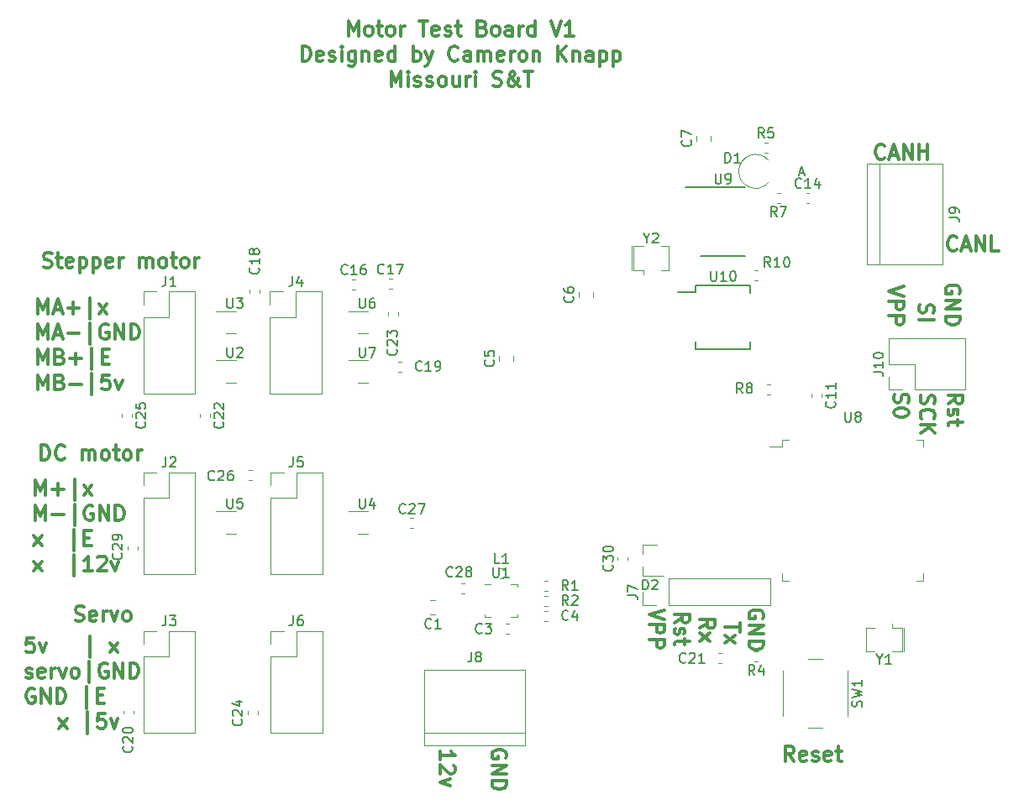
<source format=gbr>
G04 #@! TF.GenerationSoftware,KiCad,Pcbnew,(5.0.2)-1*
G04 #@! TF.CreationDate,2019-02-02T14:32:06-06:00*
G04 #@! TF.ProjectId,Motor test module,4d6f746f-7220-4746-9573-74206d6f6475,rev?*
G04 #@! TF.SameCoordinates,Original*
G04 #@! TF.FileFunction,Legend,Top*
G04 #@! TF.FilePolarity,Positive*
%FSLAX46Y46*%
G04 Gerber Fmt 4.6, Leading zero omitted, Abs format (unit mm)*
G04 Created by KiCad (PCBNEW (5.0.2)-1) date 2/2/2019 2:32:06 PM*
%MOMM*%
%LPD*%
G01*
G04 APERTURE LIST*
%ADD10C,0.300000*%
%ADD11C,0.120000*%
%ADD12C,0.150000*%
G04 APERTURE END LIST*
D10*
X161845857Y-131234571D02*
X161345857Y-130520285D01*
X160988714Y-131234571D02*
X160988714Y-129734571D01*
X161560142Y-129734571D01*
X161703000Y-129806000D01*
X161774428Y-129877428D01*
X161845857Y-130020285D01*
X161845857Y-130234571D01*
X161774428Y-130377428D01*
X161703000Y-130448857D01*
X161560142Y-130520285D01*
X160988714Y-130520285D01*
X163060142Y-131163142D02*
X162917285Y-131234571D01*
X162631571Y-131234571D01*
X162488714Y-131163142D01*
X162417285Y-131020285D01*
X162417285Y-130448857D01*
X162488714Y-130306000D01*
X162631571Y-130234571D01*
X162917285Y-130234571D01*
X163060142Y-130306000D01*
X163131571Y-130448857D01*
X163131571Y-130591714D01*
X162417285Y-130734571D01*
X163703000Y-131163142D02*
X163845857Y-131234571D01*
X164131571Y-131234571D01*
X164274428Y-131163142D01*
X164345857Y-131020285D01*
X164345857Y-130948857D01*
X164274428Y-130806000D01*
X164131571Y-130734571D01*
X163917285Y-130734571D01*
X163774428Y-130663142D01*
X163703000Y-130520285D01*
X163703000Y-130448857D01*
X163774428Y-130306000D01*
X163917285Y-130234571D01*
X164131571Y-130234571D01*
X164274428Y-130306000D01*
X165560142Y-131163142D02*
X165417285Y-131234571D01*
X165131571Y-131234571D01*
X164988714Y-131163142D01*
X164917285Y-131020285D01*
X164917285Y-130448857D01*
X164988714Y-130306000D01*
X165131571Y-130234571D01*
X165417285Y-130234571D01*
X165560142Y-130306000D01*
X165631571Y-130448857D01*
X165631571Y-130591714D01*
X164917285Y-130734571D01*
X166060142Y-130234571D02*
X166631571Y-130234571D01*
X166274428Y-129734571D02*
X166274428Y-131020285D01*
X166345857Y-131163142D01*
X166488714Y-131234571D01*
X166631571Y-131234571D01*
X132830000Y-130937142D02*
X132901428Y-130794285D01*
X132901428Y-130580000D01*
X132830000Y-130365714D01*
X132687142Y-130222857D01*
X132544285Y-130151428D01*
X132258571Y-130080000D01*
X132044285Y-130080000D01*
X131758571Y-130151428D01*
X131615714Y-130222857D01*
X131472857Y-130365714D01*
X131401428Y-130580000D01*
X131401428Y-130722857D01*
X131472857Y-130937142D01*
X131544285Y-131008571D01*
X132044285Y-131008571D01*
X132044285Y-130722857D01*
X131401428Y-131651428D02*
X132901428Y-131651428D01*
X131401428Y-132508571D01*
X132901428Y-132508571D01*
X131401428Y-133222857D02*
X132901428Y-133222857D01*
X132901428Y-133580000D01*
X132830000Y-133794285D01*
X132687142Y-133937142D01*
X132544285Y-134008571D01*
X132258571Y-134080000D01*
X132044285Y-134080000D01*
X131758571Y-134008571D01*
X131615714Y-133937142D01*
X131472857Y-133794285D01*
X131401428Y-133580000D01*
X131401428Y-133222857D01*
X126194428Y-131095857D02*
X126194428Y-130238714D01*
X126194428Y-130667285D02*
X127694428Y-130667285D01*
X127480142Y-130524428D01*
X127337285Y-130381571D01*
X127265857Y-130238714D01*
X127551571Y-131667285D02*
X127623000Y-131738714D01*
X127694428Y-131881571D01*
X127694428Y-132238714D01*
X127623000Y-132381571D01*
X127551571Y-132453000D01*
X127408714Y-132524428D01*
X127265857Y-132524428D01*
X127051571Y-132453000D01*
X126194428Y-131595857D01*
X126194428Y-132524428D01*
X127194428Y-133024428D02*
X126194428Y-133381571D01*
X127194428Y-133738714D01*
X116948571Y-58072571D02*
X116948571Y-56572571D01*
X117448571Y-57644000D01*
X117948571Y-56572571D01*
X117948571Y-58072571D01*
X118877142Y-58072571D02*
X118734285Y-58001142D01*
X118662857Y-57929714D01*
X118591428Y-57786857D01*
X118591428Y-57358285D01*
X118662857Y-57215428D01*
X118734285Y-57144000D01*
X118877142Y-57072571D01*
X119091428Y-57072571D01*
X119234285Y-57144000D01*
X119305714Y-57215428D01*
X119377142Y-57358285D01*
X119377142Y-57786857D01*
X119305714Y-57929714D01*
X119234285Y-58001142D01*
X119091428Y-58072571D01*
X118877142Y-58072571D01*
X119805714Y-57072571D02*
X120377142Y-57072571D01*
X120020000Y-56572571D02*
X120020000Y-57858285D01*
X120091428Y-58001142D01*
X120234285Y-58072571D01*
X120377142Y-58072571D01*
X121091428Y-58072571D02*
X120948571Y-58001142D01*
X120877142Y-57929714D01*
X120805714Y-57786857D01*
X120805714Y-57358285D01*
X120877142Y-57215428D01*
X120948571Y-57144000D01*
X121091428Y-57072571D01*
X121305714Y-57072571D01*
X121448571Y-57144000D01*
X121520000Y-57215428D01*
X121591428Y-57358285D01*
X121591428Y-57786857D01*
X121520000Y-57929714D01*
X121448571Y-58001142D01*
X121305714Y-58072571D01*
X121091428Y-58072571D01*
X122234285Y-58072571D02*
X122234285Y-57072571D01*
X122234285Y-57358285D02*
X122305714Y-57215428D01*
X122377142Y-57144000D01*
X122520000Y-57072571D01*
X122662857Y-57072571D01*
X124091428Y-56572571D02*
X124948571Y-56572571D01*
X124520000Y-58072571D02*
X124520000Y-56572571D01*
X126020000Y-58001142D02*
X125877142Y-58072571D01*
X125591428Y-58072571D01*
X125448571Y-58001142D01*
X125377142Y-57858285D01*
X125377142Y-57286857D01*
X125448571Y-57144000D01*
X125591428Y-57072571D01*
X125877142Y-57072571D01*
X126020000Y-57144000D01*
X126091428Y-57286857D01*
X126091428Y-57429714D01*
X125377142Y-57572571D01*
X126662857Y-58001142D02*
X126805714Y-58072571D01*
X127091428Y-58072571D01*
X127234285Y-58001142D01*
X127305714Y-57858285D01*
X127305714Y-57786857D01*
X127234285Y-57644000D01*
X127091428Y-57572571D01*
X126877142Y-57572571D01*
X126734285Y-57501142D01*
X126662857Y-57358285D01*
X126662857Y-57286857D01*
X126734285Y-57144000D01*
X126877142Y-57072571D01*
X127091428Y-57072571D01*
X127234285Y-57144000D01*
X127734285Y-57072571D02*
X128305714Y-57072571D01*
X127948571Y-56572571D02*
X127948571Y-57858285D01*
X128020000Y-58001142D01*
X128162857Y-58072571D01*
X128305714Y-58072571D01*
X130448571Y-57286857D02*
X130662857Y-57358285D01*
X130734285Y-57429714D01*
X130805714Y-57572571D01*
X130805714Y-57786857D01*
X130734285Y-57929714D01*
X130662857Y-58001142D01*
X130520000Y-58072571D01*
X129948571Y-58072571D01*
X129948571Y-56572571D01*
X130448571Y-56572571D01*
X130591428Y-56644000D01*
X130662857Y-56715428D01*
X130734285Y-56858285D01*
X130734285Y-57001142D01*
X130662857Y-57144000D01*
X130591428Y-57215428D01*
X130448571Y-57286857D01*
X129948571Y-57286857D01*
X131662857Y-58072571D02*
X131520000Y-58001142D01*
X131448571Y-57929714D01*
X131377142Y-57786857D01*
X131377142Y-57358285D01*
X131448571Y-57215428D01*
X131520000Y-57144000D01*
X131662857Y-57072571D01*
X131877142Y-57072571D01*
X132020000Y-57144000D01*
X132091428Y-57215428D01*
X132162857Y-57358285D01*
X132162857Y-57786857D01*
X132091428Y-57929714D01*
X132020000Y-58001142D01*
X131877142Y-58072571D01*
X131662857Y-58072571D01*
X133448571Y-58072571D02*
X133448571Y-57286857D01*
X133377142Y-57144000D01*
X133234285Y-57072571D01*
X132948571Y-57072571D01*
X132805714Y-57144000D01*
X133448571Y-58001142D02*
X133305714Y-58072571D01*
X132948571Y-58072571D01*
X132805714Y-58001142D01*
X132734285Y-57858285D01*
X132734285Y-57715428D01*
X132805714Y-57572571D01*
X132948571Y-57501142D01*
X133305714Y-57501142D01*
X133448571Y-57429714D01*
X134162857Y-58072571D02*
X134162857Y-57072571D01*
X134162857Y-57358285D02*
X134234285Y-57215428D01*
X134305714Y-57144000D01*
X134448571Y-57072571D01*
X134591428Y-57072571D01*
X135734285Y-58072571D02*
X135734285Y-56572571D01*
X135734285Y-58001142D02*
X135591428Y-58072571D01*
X135305714Y-58072571D01*
X135162857Y-58001142D01*
X135091428Y-57929714D01*
X135020000Y-57786857D01*
X135020000Y-57358285D01*
X135091428Y-57215428D01*
X135162857Y-57144000D01*
X135305714Y-57072571D01*
X135591428Y-57072571D01*
X135734285Y-57144000D01*
X137377142Y-56572571D02*
X137877142Y-58072571D01*
X138377142Y-56572571D01*
X139662857Y-58072571D02*
X138805714Y-58072571D01*
X139234285Y-58072571D02*
X139234285Y-56572571D01*
X139091428Y-56786857D01*
X138948571Y-56929714D01*
X138805714Y-57001142D01*
X112269999Y-60622571D02*
X112269999Y-59122571D01*
X112627142Y-59122571D01*
X112841428Y-59194000D01*
X112984285Y-59336857D01*
X113055714Y-59479714D01*
X113127142Y-59765428D01*
X113127142Y-59979714D01*
X113055714Y-60265428D01*
X112984285Y-60408285D01*
X112841428Y-60551142D01*
X112627142Y-60622571D01*
X112269999Y-60622571D01*
X114341428Y-60551142D02*
X114198571Y-60622571D01*
X113912857Y-60622571D01*
X113769999Y-60551142D01*
X113698571Y-60408285D01*
X113698571Y-59836857D01*
X113769999Y-59694000D01*
X113912857Y-59622571D01*
X114198571Y-59622571D01*
X114341428Y-59694000D01*
X114412857Y-59836857D01*
X114412857Y-59979714D01*
X113698571Y-60122571D01*
X114984285Y-60551142D02*
X115127142Y-60622571D01*
X115412857Y-60622571D01*
X115555714Y-60551142D01*
X115627142Y-60408285D01*
X115627142Y-60336857D01*
X115555714Y-60194000D01*
X115412857Y-60122571D01*
X115198571Y-60122571D01*
X115055714Y-60051142D01*
X114984285Y-59908285D01*
X114984285Y-59836857D01*
X115055714Y-59694000D01*
X115198571Y-59622571D01*
X115412857Y-59622571D01*
X115555714Y-59694000D01*
X116269999Y-60622571D02*
X116269999Y-59622571D01*
X116269999Y-59122571D02*
X116198571Y-59194000D01*
X116269999Y-59265428D01*
X116341428Y-59194000D01*
X116269999Y-59122571D01*
X116269999Y-59265428D01*
X117627142Y-59622571D02*
X117627142Y-60836857D01*
X117555714Y-60979714D01*
X117484285Y-61051142D01*
X117341428Y-61122571D01*
X117127142Y-61122571D01*
X116984285Y-61051142D01*
X117627142Y-60551142D02*
X117484285Y-60622571D01*
X117198571Y-60622571D01*
X117055714Y-60551142D01*
X116984285Y-60479714D01*
X116912857Y-60336857D01*
X116912857Y-59908285D01*
X116984285Y-59765428D01*
X117055714Y-59694000D01*
X117198571Y-59622571D01*
X117484285Y-59622571D01*
X117627142Y-59694000D01*
X118341428Y-59622571D02*
X118341428Y-60622571D01*
X118341428Y-59765428D02*
X118412857Y-59694000D01*
X118555714Y-59622571D01*
X118769999Y-59622571D01*
X118912857Y-59694000D01*
X118984285Y-59836857D01*
X118984285Y-60622571D01*
X120270000Y-60551142D02*
X120127142Y-60622571D01*
X119841428Y-60622571D01*
X119698571Y-60551142D01*
X119627142Y-60408285D01*
X119627142Y-59836857D01*
X119698571Y-59694000D01*
X119841428Y-59622571D01*
X120127142Y-59622571D01*
X120270000Y-59694000D01*
X120341428Y-59836857D01*
X120341428Y-59979714D01*
X119627142Y-60122571D01*
X121627142Y-60622571D02*
X121627142Y-59122571D01*
X121627142Y-60551142D02*
X121484285Y-60622571D01*
X121198571Y-60622571D01*
X121055714Y-60551142D01*
X120984285Y-60479714D01*
X120912857Y-60336857D01*
X120912857Y-59908285D01*
X120984285Y-59765428D01*
X121055714Y-59694000D01*
X121198571Y-59622571D01*
X121484285Y-59622571D01*
X121627142Y-59694000D01*
X123484285Y-60622571D02*
X123484285Y-59122571D01*
X123484285Y-59694000D02*
X123627142Y-59622571D01*
X123912857Y-59622571D01*
X124055714Y-59694000D01*
X124127142Y-59765428D01*
X124198571Y-59908285D01*
X124198571Y-60336857D01*
X124127142Y-60479714D01*
X124055714Y-60551142D01*
X123912857Y-60622571D01*
X123627142Y-60622571D01*
X123484285Y-60551142D01*
X124698571Y-59622571D02*
X125055714Y-60622571D01*
X125412857Y-59622571D02*
X125055714Y-60622571D01*
X124912857Y-60979714D01*
X124841428Y-61051142D01*
X124698571Y-61122571D01*
X127984285Y-60479714D02*
X127912857Y-60551142D01*
X127698571Y-60622571D01*
X127555714Y-60622571D01*
X127341428Y-60551142D01*
X127198571Y-60408285D01*
X127127142Y-60265428D01*
X127055714Y-59979714D01*
X127055714Y-59765428D01*
X127127142Y-59479714D01*
X127198571Y-59336857D01*
X127341428Y-59194000D01*
X127555714Y-59122571D01*
X127698571Y-59122571D01*
X127912857Y-59194000D01*
X127984285Y-59265428D01*
X129269999Y-60622571D02*
X129269999Y-59836857D01*
X129198571Y-59694000D01*
X129055714Y-59622571D01*
X128769999Y-59622571D01*
X128627142Y-59694000D01*
X129269999Y-60551142D02*
X129127142Y-60622571D01*
X128769999Y-60622571D01*
X128627142Y-60551142D01*
X128555714Y-60408285D01*
X128555714Y-60265428D01*
X128627142Y-60122571D01*
X128769999Y-60051142D01*
X129127142Y-60051142D01*
X129269999Y-59979714D01*
X129984285Y-60622571D02*
X129984285Y-59622571D01*
X129984285Y-59765428D02*
X130055714Y-59694000D01*
X130198571Y-59622571D01*
X130412857Y-59622571D01*
X130555714Y-59694000D01*
X130627142Y-59836857D01*
X130627142Y-60622571D01*
X130627142Y-59836857D02*
X130698571Y-59694000D01*
X130841428Y-59622571D01*
X131055714Y-59622571D01*
X131198571Y-59694000D01*
X131269999Y-59836857D01*
X131269999Y-60622571D01*
X132555714Y-60551142D02*
X132412857Y-60622571D01*
X132127142Y-60622571D01*
X131984285Y-60551142D01*
X131912857Y-60408285D01*
X131912857Y-59836857D01*
X131984285Y-59694000D01*
X132127142Y-59622571D01*
X132412857Y-59622571D01*
X132555714Y-59694000D01*
X132627142Y-59836857D01*
X132627142Y-59979714D01*
X131912857Y-60122571D01*
X133270000Y-60622571D02*
X133270000Y-59622571D01*
X133270000Y-59908285D02*
X133341428Y-59765428D01*
X133412857Y-59694000D01*
X133555714Y-59622571D01*
X133698571Y-59622571D01*
X134412857Y-60622571D02*
X134270000Y-60551142D01*
X134198571Y-60479714D01*
X134127142Y-60336857D01*
X134127142Y-59908285D01*
X134198571Y-59765428D01*
X134270000Y-59694000D01*
X134412857Y-59622571D01*
X134627142Y-59622571D01*
X134770000Y-59694000D01*
X134841428Y-59765428D01*
X134912857Y-59908285D01*
X134912857Y-60336857D01*
X134841428Y-60479714D01*
X134770000Y-60551142D01*
X134627142Y-60622571D01*
X134412857Y-60622571D01*
X135555714Y-59622571D02*
X135555714Y-60622571D01*
X135555714Y-59765428D02*
X135627142Y-59694000D01*
X135770000Y-59622571D01*
X135984285Y-59622571D01*
X136127142Y-59694000D01*
X136198571Y-59836857D01*
X136198571Y-60622571D01*
X138055714Y-60622571D02*
X138055714Y-59122571D01*
X138912857Y-60622571D02*
X138270000Y-59765428D01*
X138912857Y-59122571D02*
X138055714Y-59979714D01*
X139555714Y-59622571D02*
X139555714Y-60622571D01*
X139555714Y-59765428D02*
X139627142Y-59694000D01*
X139770000Y-59622571D01*
X139984285Y-59622571D01*
X140127142Y-59694000D01*
X140198571Y-59836857D01*
X140198571Y-60622571D01*
X141555714Y-60622571D02*
X141555714Y-59836857D01*
X141484285Y-59694000D01*
X141341428Y-59622571D01*
X141055714Y-59622571D01*
X140912857Y-59694000D01*
X141555714Y-60551142D02*
X141412857Y-60622571D01*
X141055714Y-60622571D01*
X140912857Y-60551142D01*
X140841428Y-60408285D01*
X140841428Y-60265428D01*
X140912857Y-60122571D01*
X141055714Y-60051142D01*
X141412857Y-60051142D01*
X141555714Y-59979714D01*
X142270000Y-59622571D02*
X142270000Y-61122571D01*
X142270000Y-59694000D02*
X142412857Y-59622571D01*
X142698571Y-59622571D01*
X142841428Y-59694000D01*
X142912857Y-59765428D01*
X142984285Y-59908285D01*
X142984285Y-60336857D01*
X142912857Y-60479714D01*
X142841428Y-60551142D01*
X142698571Y-60622571D01*
X142412857Y-60622571D01*
X142270000Y-60551142D01*
X143627142Y-59622571D02*
X143627142Y-61122571D01*
X143627142Y-59694000D02*
X143770000Y-59622571D01*
X144055714Y-59622571D01*
X144198571Y-59694000D01*
X144270000Y-59765428D01*
X144341428Y-59908285D01*
X144341428Y-60336857D01*
X144270000Y-60479714D01*
X144198571Y-60551142D01*
X144055714Y-60622571D01*
X143770000Y-60622571D01*
X143627142Y-60551142D01*
X121234285Y-63172571D02*
X121234285Y-61672571D01*
X121734285Y-62744000D01*
X122234285Y-61672571D01*
X122234285Y-63172571D01*
X122948571Y-63172571D02*
X122948571Y-62172571D01*
X122948571Y-61672571D02*
X122877142Y-61744000D01*
X122948571Y-61815428D01*
X123020000Y-61744000D01*
X122948571Y-61672571D01*
X122948571Y-61815428D01*
X123591428Y-63101142D02*
X123734285Y-63172571D01*
X124020000Y-63172571D01*
X124162857Y-63101142D01*
X124234285Y-62958285D01*
X124234285Y-62886857D01*
X124162857Y-62744000D01*
X124020000Y-62672571D01*
X123805714Y-62672571D01*
X123662857Y-62601142D01*
X123591428Y-62458285D01*
X123591428Y-62386857D01*
X123662857Y-62244000D01*
X123805714Y-62172571D01*
X124020000Y-62172571D01*
X124162857Y-62244000D01*
X124805714Y-63101142D02*
X124948571Y-63172571D01*
X125234285Y-63172571D01*
X125377142Y-63101142D01*
X125448571Y-62958285D01*
X125448571Y-62886857D01*
X125377142Y-62744000D01*
X125234285Y-62672571D01*
X125020000Y-62672571D01*
X124877142Y-62601142D01*
X124805714Y-62458285D01*
X124805714Y-62386857D01*
X124877142Y-62244000D01*
X125020000Y-62172571D01*
X125234285Y-62172571D01*
X125377142Y-62244000D01*
X126305714Y-63172571D02*
X126162857Y-63101142D01*
X126091428Y-63029714D01*
X126020000Y-62886857D01*
X126020000Y-62458285D01*
X126091428Y-62315428D01*
X126162857Y-62244000D01*
X126305714Y-62172571D01*
X126520000Y-62172571D01*
X126662857Y-62244000D01*
X126734285Y-62315428D01*
X126805714Y-62458285D01*
X126805714Y-62886857D01*
X126734285Y-63029714D01*
X126662857Y-63101142D01*
X126520000Y-63172571D01*
X126305714Y-63172571D01*
X128091428Y-62172571D02*
X128091428Y-63172571D01*
X127448571Y-62172571D02*
X127448571Y-62958285D01*
X127520000Y-63101142D01*
X127662857Y-63172571D01*
X127877142Y-63172571D01*
X128020000Y-63101142D01*
X128091428Y-63029714D01*
X128805714Y-63172571D02*
X128805714Y-62172571D01*
X128805714Y-62458285D02*
X128877142Y-62315428D01*
X128948571Y-62244000D01*
X129091428Y-62172571D01*
X129234285Y-62172571D01*
X129734285Y-63172571D02*
X129734285Y-62172571D01*
X129734285Y-61672571D02*
X129662857Y-61744000D01*
X129734285Y-61815428D01*
X129805714Y-61744000D01*
X129734285Y-61672571D01*
X129734285Y-61815428D01*
X131520000Y-63101142D02*
X131734285Y-63172571D01*
X132091428Y-63172571D01*
X132234285Y-63101142D01*
X132305714Y-63029714D01*
X132377142Y-62886857D01*
X132377142Y-62744000D01*
X132305714Y-62601142D01*
X132234285Y-62529714D01*
X132091428Y-62458285D01*
X131805714Y-62386857D01*
X131662857Y-62315428D01*
X131591428Y-62244000D01*
X131520000Y-62101142D01*
X131520000Y-61958285D01*
X131591428Y-61815428D01*
X131662857Y-61744000D01*
X131805714Y-61672571D01*
X132162857Y-61672571D01*
X132377142Y-61744000D01*
X134234285Y-63172571D02*
X134162857Y-63172571D01*
X134020000Y-63101142D01*
X133805714Y-62886857D01*
X133448571Y-62458285D01*
X133305714Y-62244000D01*
X133234285Y-62029714D01*
X133234285Y-61886857D01*
X133305714Y-61744000D01*
X133448571Y-61672571D01*
X133520000Y-61672571D01*
X133662857Y-61744000D01*
X133734285Y-61886857D01*
X133734285Y-61958285D01*
X133662857Y-62101142D01*
X133591428Y-62172571D01*
X133162857Y-62458285D01*
X133091428Y-62529714D01*
X133020000Y-62672571D01*
X133020000Y-62886857D01*
X133091428Y-63029714D01*
X133162857Y-63101142D01*
X133305714Y-63172571D01*
X133520000Y-63172571D01*
X133662857Y-63101142D01*
X133734285Y-63029714D01*
X133948571Y-62744000D01*
X134020000Y-62529714D01*
X134020000Y-62386857D01*
X134662857Y-61672571D02*
X135520000Y-61672571D01*
X135091428Y-63172571D02*
X135091428Y-61672571D01*
X170970000Y-70385714D02*
X170898571Y-70457142D01*
X170684285Y-70528571D01*
X170541428Y-70528571D01*
X170327142Y-70457142D01*
X170184285Y-70314285D01*
X170112857Y-70171428D01*
X170041428Y-69885714D01*
X170041428Y-69671428D01*
X170112857Y-69385714D01*
X170184285Y-69242857D01*
X170327142Y-69100000D01*
X170541428Y-69028571D01*
X170684285Y-69028571D01*
X170898571Y-69100000D01*
X170970000Y-69171428D01*
X171541428Y-70100000D02*
X172255714Y-70100000D01*
X171398571Y-70528571D02*
X171898571Y-69028571D01*
X172398571Y-70528571D01*
X172898571Y-70528571D02*
X172898571Y-69028571D01*
X173755714Y-70528571D01*
X173755714Y-69028571D01*
X174470000Y-70528571D02*
X174470000Y-69028571D01*
X174470000Y-69742857D02*
X175327142Y-69742857D01*
X175327142Y-70528571D02*
X175327142Y-69028571D01*
X178260571Y-79656714D02*
X178189142Y-79728142D01*
X177974857Y-79799571D01*
X177832000Y-79799571D01*
X177617714Y-79728142D01*
X177474857Y-79585285D01*
X177403428Y-79442428D01*
X177332000Y-79156714D01*
X177332000Y-78942428D01*
X177403428Y-78656714D01*
X177474857Y-78513857D01*
X177617714Y-78371000D01*
X177832000Y-78299571D01*
X177974857Y-78299571D01*
X178189142Y-78371000D01*
X178260571Y-78442428D01*
X178832000Y-79371000D02*
X179546285Y-79371000D01*
X178689142Y-79799571D02*
X179189142Y-78299571D01*
X179689142Y-79799571D01*
X180189142Y-79799571D02*
X180189142Y-78299571D01*
X181046285Y-79799571D01*
X181046285Y-78299571D01*
X182474857Y-79799571D02*
X181760571Y-79799571D01*
X181760571Y-78299571D01*
X177375428Y-95186571D02*
X178089714Y-94686571D01*
X177375428Y-94329428D02*
X178875428Y-94329428D01*
X178875428Y-94900857D01*
X178804000Y-95043714D01*
X178732571Y-95115142D01*
X178589714Y-95186571D01*
X178375428Y-95186571D01*
X178232571Y-95115142D01*
X178161142Y-95043714D01*
X178089714Y-94900857D01*
X178089714Y-94329428D01*
X177446857Y-95758000D02*
X177375428Y-95900857D01*
X177375428Y-96186571D01*
X177446857Y-96329428D01*
X177589714Y-96400857D01*
X177661142Y-96400857D01*
X177804000Y-96329428D01*
X177875428Y-96186571D01*
X177875428Y-95972285D01*
X177946857Y-95829428D01*
X178089714Y-95758000D01*
X178161142Y-95758000D01*
X178304000Y-95829428D01*
X178375428Y-95972285D01*
X178375428Y-96186571D01*
X178304000Y-96329428D01*
X178375428Y-96829428D02*
X178375428Y-97400857D01*
X178875428Y-97043714D02*
X177589714Y-97043714D01*
X177446857Y-97115142D01*
X177375428Y-97258000D01*
X177375428Y-97400857D01*
X174652857Y-94337428D02*
X174581428Y-94551714D01*
X174581428Y-94908857D01*
X174652857Y-95051714D01*
X174724285Y-95123142D01*
X174867142Y-95194571D01*
X175010000Y-95194571D01*
X175152857Y-95123142D01*
X175224285Y-95051714D01*
X175295714Y-94908857D01*
X175367142Y-94623142D01*
X175438571Y-94480285D01*
X175510000Y-94408857D01*
X175652857Y-94337428D01*
X175795714Y-94337428D01*
X175938571Y-94408857D01*
X176010000Y-94480285D01*
X176081428Y-94623142D01*
X176081428Y-94980285D01*
X176010000Y-95194571D01*
X174724285Y-96694571D02*
X174652857Y-96623142D01*
X174581428Y-96408857D01*
X174581428Y-96266000D01*
X174652857Y-96051714D01*
X174795714Y-95908857D01*
X174938571Y-95837428D01*
X175224285Y-95766000D01*
X175438571Y-95766000D01*
X175724285Y-95837428D01*
X175867142Y-95908857D01*
X176010000Y-96051714D01*
X176081428Y-96266000D01*
X176081428Y-96408857D01*
X176010000Y-96623142D01*
X175938571Y-96694571D01*
X174581428Y-97337428D02*
X176081428Y-97337428D01*
X174581428Y-98194571D02*
X175438571Y-97551714D01*
X176081428Y-98194571D02*
X175224285Y-97337428D01*
X171985857Y-94234142D02*
X171914428Y-94448428D01*
X171914428Y-94805571D01*
X171985857Y-94948428D01*
X172057285Y-95019857D01*
X172200142Y-95091285D01*
X172343000Y-95091285D01*
X172485857Y-95019857D01*
X172557285Y-94948428D01*
X172628714Y-94805571D01*
X172700142Y-94519857D01*
X172771571Y-94377000D01*
X172843000Y-94305571D01*
X172985857Y-94234142D01*
X173128714Y-94234142D01*
X173271571Y-94305571D01*
X173343000Y-94377000D01*
X173414428Y-94519857D01*
X173414428Y-94877000D01*
X173343000Y-95091285D01*
X173414428Y-96019857D02*
X173414428Y-96162714D01*
X173343000Y-96305571D01*
X173271571Y-96377000D01*
X173128714Y-96448428D01*
X172843000Y-96519857D01*
X172485857Y-96519857D01*
X172200142Y-96448428D01*
X172057285Y-96377000D01*
X171985857Y-96305571D01*
X171914428Y-96162714D01*
X171914428Y-96019857D01*
X171985857Y-95877000D01*
X172057285Y-95805571D01*
X172200142Y-95734142D01*
X172485857Y-95662714D01*
X172843000Y-95662714D01*
X173128714Y-95734142D01*
X173271571Y-95805571D01*
X173343000Y-95877000D01*
X173414428Y-96019857D01*
X178550000Y-84074142D02*
X178621428Y-83931285D01*
X178621428Y-83717000D01*
X178550000Y-83502714D01*
X178407142Y-83359857D01*
X178264285Y-83288428D01*
X177978571Y-83217000D01*
X177764285Y-83217000D01*
X177478571Y-83288428D01*
X177335714Y-83359857D01*
X177192857Y-83502714D01*
X177121428Y-83717000D01*
X177121428Y-83859857D01*
X177192857Y-84074142D01*
X177264285Y-84145571D01*
X177764285Y-84145571D01*
X177764285Y-83859857D01*
X177121428Y-84788428D02*
X178621428Y-84788428D01*
X177121428Y-85645571D01*
X178621428Y-85645571D01*
X177121428Y-86359857D02*
X178621428Y-86359857D01*
X178621428Y-86717000D01*
X178550000Y-86931285D01*
X178407142Y-87074142D01*
X178264285Y-87145571D01*
X177978571Y-87217000D01*
X177764285Y-87217000D01*
X177478571Y-87145571D01*
X177335714Y-87074142D01*
X177192857Y-86931285D01*
X177121428Y-86717000D01*
X177121428Y-86359857D01*
X174525857Y-85193285D02*
X174454428Y-85407571D01*
X174454428Y-85764714D01*
X174525857Y-85907571D01*
X174597285Y-85979000D01*
X174740142Y-86050428D01*
X174883000Y-86050428D01*
X175025857Y-85979000D01*
X175097285Y-85907571D01*
X175168714Y-85764714D01*
X175240142Y-85479000D01*
X175311571Y-85336142D01*
X175383000Y-85264714D01*
X175525857Y-85193285D01*
X175668714Y-85193285D01*
X175811571Y-85264714D01*
X175883000Y-85336142D01*
X175954428Y-85479000D01*
X175954428Y-85836142D01*
X175883000Y-86050428D01*
X174454428Y-86693285D02*
X175954428Y-86693285D01*
X172906428Y-83344000D02*
X171406428Y-83844000D01*
X172906428Y-84344000D01*
X171406428Y-84844000D02*
X172906428Y-84844000D01*
X172906428Y-85415428D01*
X172835000Y-85558285D01*
X172763571Y-85629714D01*
X172620714Y-85701142D01*
X172406428Y-85701142D01*
X172263571Y-85629714D01*
X172192142Y-85558285D01*
X172120714Y-85415428D01*
X172120714Y-84844000D01*
X171406428Y-86344000D02*
X172906428Y-86344000D01*
X172906428Y-86915428D01*
X172835000Y-87058285D01*
X172763571Y-87129714D01*
X172620714Y-87201142D01*
X172406428Y-87201142D01*
X172263571Y-87129714D01*
X172192142Y-87058285D01*
X172120714Y-86915428D01*
X172120714Y-86344000D01*
X158738000Y-116840142D02*
X158809428Y-116697285D01*
X158809428Y-116483000D01*
X158738000Y-116268714D01*
X158595142Y-116125857D01*
X158452285Y-116054428D01*
X158166571Y-115983000D01*
X157952285Y-115983000D01*
X157666571Y-116054428D01*
X157523714Y-116125857D01*
X157380857Y-116268714D01*
X157309428Y-116483000D01*
X157309428Y-116625857D01*
X157380857Y-116840142D01*
X157452285Y-116911571D01*
X157952285Y-116911571D01*
X157952285Y-116625857D01*
X157309428Y-117554428D02*
X158809428Y-117554428D01*
X157309428Y-118411571D01*
X158809428Y-118411571D01*
X157309428Y-119125857D02*
X158809428Y-119125857D01*
X158809428Y-119483000D01*
X158738000Y-119697285D01*
X158595142Y-119840142D01*
X158452285Y-119911571D01*
X158166571Y-119983000D01*
X157952285Y-119983000D01*
X157666571Y-119911571D01*
X157523714Y-119840142D01*
X157380857Y-119697285D01*
X157309428Y-119483000D01*
X157309428Y-119125857D01*
X156396428Y-117328285D02*
X156396428Y-118185428D01*
X154896428Y-117756857D02*
X156396428Y-117756857D01*
X154896428Y-118542571D02*
X155896428Y-119328285D01*
X155896428Y-118542571D02*
X154896428Y-119328285D01*
X152356428Y-117840142D02*
X153070714Y-117340142D01*
X152356428Y-116983000D02*
X153856428Y-116983000D01*
X153856428Y-117554428D01*
X153785000Y-117697285D01*
X153713571Y-117768714D01*
X153570714Y-117840142D01*
X153356428Y-117840142D01*
X153213571Y-117768714D01*
X153142142Y-117697285D01*
X153070714Y-117554428D01*
X153070714Y-116983000D01*
X152356428Y-118340142D02*
X153356428Y-119125857D01*
X153356428Y-118340142D02*
X152356428Y-119125857D01*
X149816428Y-117284571D02*
X150530714Y-116784571D01*
X149816428Y-116427428D02*
X151316428Y-116427428D01*
X151316428Y-116998857D01*
X151245000Y-117141714D01*
X151173571Y-117213142D01*
X151030714Y-117284571D01*
X150816428Y-117284571D01*
X150673571Y-117213142D01*
X150602142Y-117141714D01*
X150530714Y-116998857D01*
X150530714Y-116427428D01*
X149887857Y-117856000D02*
X149816428Y-117998857D01*
X149816428Y-118284571D01*
X149887857Y-118427428D01*
X150030714Y-118498857D01*
X150102142Y-118498857D01*
X150245000Y-118427428D01*
X150316428Y-118284571D01*
X150316428Y-118070285D01*
X150387857Y-117927428D01*
X150530714Y-117856000D01*
X150602142Y-117856000D01*
X150745000Y-117927428D01*
X150816428Y-118070285D01*
X150816428Y-118284571D01*
X150745000Y-118427428D01*
X150816428Y-118927428D02*
X150816428Y-119498857D01*
X151316428Y-119141714D02*
X150030714Y-119141714D01*
X149887857Y-119213142D01*
X149816428Y-119356000D01*
X149816428Y-119498857D01*
X148776428Y-115983000D02*
X147276428Y-116483000D01*
X148776428Y-116983000D01*
X147276428Y-117483000D02*
X148776428Y-117483000D01*
X148776428Y-118054428D01*
X148705000Y-118197285D01*
X148633571Y-118268714D01*
X148490714Y-118340142D01*
X148276428Y-118340142D01*
X148133571Y-118268714D01*
X148062142Y-118197285D01*
X147990714Y-118054428D01*
X147990714Y-117483000D01*
X147276428Y-118983000D02*
X148776428Y-118983000D01*
X148776428Y-119554428D01*
X148705000Y-119697285D01*
X148633571Y-119768714D01*
X148490714Y-119840142D01*
X148276428Y-119840142D01*
X148133571Y-119768714D01*
X148062142Y-119697285D01*
X147990714Y-119554428D01*
X147990714Y-118983000D01*
X89416285Y-117066142D02*
X89630571Y-117137571D01*
X89987714Y-117137571D01*
X90130571Y-117066142D01*
X90202000Y-116994714D01*
X90273428Y-116851857D01*
X90273428Y-116709000D01*
X90202000Y-116566142D01*
X90130571Y-116494714D01*
X89987714Y-116423285D01*
X89702000Y-116351857D01*
X89559142Y-116280428D01*
X89487714Y-116209000D01*
X89416285Y-116066142D01*
X89416285Y-115923285D01*
X89487714Y-115780428D01*
X89559142Y-115709000D01*
X89702000Y-115637571D01*
X90059142Y-115637571D01*
X90273428Y-115709000D01*
X91487714Y-117066142D02*
X91344857Y-117137571D01*
X91059142Y-117137571D01*
X90916285Y-117066142D01*
X90844857Y-116923285D01*
X90844857Y-116351857D01*
X90916285Y-116209000D01*
X91059142Y-116137571D01*
X91344857Y-116137571D01*
X91487714Y-116209000D01*
X91559142Y-116351857D01*
X91559142Y-116494714D01*
X90844857Y-116637571D01*
X92202000Y-117137571D02*
X92202000Y-116137571D01*
X92202000Y-116423285D02*
X92273428Y-116280428D01*
X92344857Y-116209000D01*
X92487714Y-116137571D01*
X92630571Y-116137571D01*
X92987714Y-116137571D02*
X93344857Y-117137571D01*
X93702000Y-116137571D01*
X94487714Y-117137571D02*
X94344857Y-117066142D01*
X94273428Y-116994714D01*
X94202000Y-116851857D01*
X94202000Y-116423285D01*
X94273428Y-116280428D01*
X94344857Y-116209000D01*
X94487714Y-116137571D01*
X94702000Y-116137571D01*
X94844857Y-116209000D01*
X94916285Y-116280428D01*
X94987714Y-116423285D01*
X94987714Y-116851857D01*
X94916285Y-116994714D01*
X94844857Y-117066142D01*
X94702000Y-117137571D01*
X94487714Y-117137571D01*
X85213428Y-118797571D02*
X84499142Y-118797571D01*
X84427714Y-119511857D01*
X84499142Y-119440428D01*
X84642000Y-119369000D01*
X84999142Y-119369000D01*
X85142000Y-119440428D01*
X85213428Y-119511857D01*
X85284857Y-119654714D01*
X85284857Y-120011857D01*
X85213428Y-120154714D01*
X85142000Y-120226142D01*
X84999142Y-120297571D01*
X84642000Y-120297571D01*
X84499142Y-120226142D01*
X84427714Y-120154714D01*
X85784857Y-119297571D02*
X86142000Y-120297571D01*
X86499142Y-119297571D01*
X90856285Y-120797571D02*
X90856285Y-118654714D01*
X92927714Y-120297571D02*
X93713428Y-119297571D01*
X92927714Y-119297571D02*
X93713428Y-120297571D01*
X84427714Y-122776142D02*
X84570571Y-122847571D01*
X84856285Y-122847571D01*
X84999142Y-122776142D01*
X85070571Y-122633285D01*
X85070571Y-122561857D01*
X84999142Y-122419000D01*
X84856285Y-122347571D01*
X84642000Y-122347571D01*
X84499142Y-122276142D01*
X84427714Y-122133285D01*
X84427714Y-122061857D01*
X84499142Y-121919000D01*
X84642000Y-121847571D01*
X84856285Y-121847571D01*
X84999142Y-121919000D01*
X86284857Y-122776142D02*
X86142000Y-122847571D01*
X85856285Y-122847571D01*
X85713428Y-122776142D01*
X85642000Y-122633285D01*
X85642000Y-122061857D01*
X85713428Y-121919000D01*
X85856285Y-121847571D01*
X86142000Y-121847571D01*
X86284857Y-121919000D01*
X86356285Y-122061857D01*
X86356285Y-122204714D01*
X85642000Y-122347571D01*
X86999142Y-122847571D02*
X86999142Y-121847571D01*
X86999142Y-122133285D02*
X87070571Y-121990428D01*
X87142000Y-121919000D01*
X87284857Y-121847571D01*
X87427714Y-121847571D01*
X87784857Y-121847571D02*
X88142000Y-122847571D01*
X88499142Y-121847571D01*
X89284857Y-122847571D02*
X89142000Y-122776142D01*
X89070571Y-122704714D01*
X88999142Y-122561857D01*
X88999142Y-122133285D01*
X89070571Y-121990428D01*
X89142000Y-121919000D01*
X89284857Y-121847571D01*
X89499142Y-121847571D01*
X89642000Y-121919000D01*
X89713428Y-121990428D01*
X89784857Y-122133285D01*
X89784857Y-122561857D01*
X89713428Y-122704714D01*
X89642000Y-122776142D01*
X89499142Y-122847571D01*
X89284857Y-122847571D01*
X90784857Y-123347571D02*
X90784857Y-121204714D01*
X92642000Y-121419000D02*
X92499142Y-121347571D01*
X92284857Y-121347571D01*
X92070571Y-121419000D01*
X91927714Y-121561857D01*
X91856285Y-121704714D01*
X91784857Y-121990428D01*
X91784857Y-122204714D01*
X91856285Y-122490428D01*
X91927714Y-122633285D01*
X92070571Y-122776142D01*
X92284857Y-122847571D01*
X92427714Y-122847571D01*
X92642000Y-122776142D01*
X92713428Y-122704714D01*
X92713428Y-122204714D01*
X92427714Y-122204714D01*
X93356285Y-122847571D02*
X93356285Y-121347571D01*
X94213428Y-122847571D01*
X94213428Y-121347571D01*
X94927714Y-122847571D02*
X94927714Y-121347571D01*
X95284857Y-121347571D01*
X95499142Y-121419000D01*
X95642000Y-121561857D01*
X95713428Y-121704714D01*
X95784857Y-121990428D01*
X95784857Y-122204714D01*
X95713428Y-122490428D01*
X95642000Y-122633285D01*
X95499142Y-122776142D01*
X95284857Y-122847571D01*
X94927714Y-122847571D01*
X85284857Y-123969000D02*
X85142000Y-123897571D01*
X84927714Y-123897571D01*
X84713428Y-123969000D01*
X84570571Y-124111857D01*
X84499142Y-124254714D01*
X84427714Y-124540428D01*
X84427714Y-124754714D01*
X84499142Y-125040428D01*
X84570571Y-125183285D01*
X84713428Y-125326142D01*
X84927714Y-125397571D01*
X85070571Y-125397571D01*
X85284857Y-125326142D01*
X85356285Y-125254714D01*
X85356285Y-124754714D01*
X85070571Y-124754714D01*
X85999142Y-125397571D02*
X85999142Y-123897571D01*
X86856285Y-125397571D01*
X86856285Y-123897571D01*
X87570571Y-125397571D02*
X87570571Y-123897571D01*
X87927714Y-123897571D01*
X88142000Y-123969000D01*
X88284857Y-124111857D01*
X88356285Y-124254714D01*
X88427714Y-124540428D01*
X88427714Y-124754714D01*
X88356285Y-125040428D01*
X88284857Y-125183285D01*
X88142000Y-125326142D01*
X87927714Y-125397571D01*
X87570571Y-125397571D01*
X90570571Y-125897571D02*
X90570571Y-123754714D01*
X91642000Y-124611857D02*
X92142000Y-124611857D01*
X92356285Y-125397571D02*
X91642000Y-125397571D01*
X91642000Y-123897571D01*
X92356285Y-123897571D01*
X87784857Y-127947571D02*
X88570571Y-126947571D01*
X87784857Y-126947571D02*
X88570571Y-127947571D01*
X90642000Y-128447571D02*
X90642000Y-126304714D01*
X92427714Y-126447571D02*
X91713428Y-126447571D01*
X91642000Y-127161857D01*
X91713428Y-127090428D01*
X91856285Y-127019000D01*
X92213428Y-127019000D01*
X92356285Y-127090428D01*
X92427714Y-127161857D01*
X92499142Y-127304714D01*
X92499142Y-127661857D01*
X92427714Y-127804714D01*
X92356285Y-127876142D01*
X92213428Y-127947571D01*
X91856285Y-127947571D01*
X91713428Y-127876142D01*
X91642000Y-127804714D01*
X92999142Y-126947571D02*
X93356285Y-127947571D01*
X93713428Y-126947571D01*
X86194285Y-81379142D02*
X86408571Y-81450571D01*
X86765714Y-81450571D01*
X86908571Y-81379142D01*
X86980000Y-81307714D01*
X87051428Y-81164857D01*
X87051428Y-81022000D01*
X86980000Y-80879142D01*
X86908571Y-80807714D01*
X86765714Y-80736285D01*
X86480000Y-80664857D01*
X86337142Y-80593428D01*
X86265714Y-80522000D01*
X86194285Y-80379142D01*
X86194285Y-80236285D01*
X86265714Y-80093428D01*
X86337142Y-80022000D01*
X86480000Y-79950571D01*
X86837142Y-79950571D01*
X87051428Y-80022000D01*
X87480000Y-80450571D02*
X88051428Y-80450571D01*
X87694285Y-79950571D02*
X87694285Y-81236285D01*
X87765714Y-81379142D01*
X87908571Y-81450571D01*
X88051428Y-81450571D01*
X89122857Y-81379142D02*
X88980000Y-81450571D01*
X88694285Y-81450571D01*
X88551428Y-81379142D01*
X88480000Y-81236285D01*
X88480000Y-80664857D01*
X88551428Y-80522000D01*
X88694285Y-80450571D01*
X88980000Y-80450571D01*
X89122857Y-80522000D01*
X89194285Y-80664857D01*
X89194285Y-80807714D01*
X88480000Y-80950571D01*
X89837142Y-80450571D02*
X89837142Y-81950571D01*
X89837142Y-80522000D02*
X89980000Y-80450571D01*
X90265714Y-80450571D01*
X90408571Y-80522000D01*
X90480000Y-80593428D01*
X90551428Y-80736285D01*
X90551428Y-81164857D01*
X90480000Y-81307714D01*
X90408571Y-81379142D01*
X90265714Y-81450571D01*
X89980000Y-81450571D01*
X89837142Y-81379142D01*
X91194285Y-80450571D02*
X91194285Y-81950571D01*
X91194285Y-80522000D02*
X91337142Y-80450571D01*
X91622857Y-80450571D01*
X91765714Y-80522000D01*
X91837142Y-80593428D01*
X91908571Y-80736285D01*
X91908571Y-81164857D01*
X91837142Y-81307714D01*
X91765714Y-81379142D01*
X91622857Y-81450571D01*
X91337142Y-81450571D01*
X91194285Y-81379142D01*
X93122857Y-81379142D02*
X92980000Y-81450571D01*
X92694285Y-81450571D01*
X92551428Y-81379142D01*
X92480000Y-81236285D01*
X92480000Y-80664857D01*
X92551428Y-80522000D01*
X92694285Y-80450571D01*
X92980000Y-80450571D01*
X93122857Y-80522000D01*
X93194285Y-80664857D01*
X93194285Y-80807714D01*
X92480000Y-80950571D01*
X93837142Y-81450571D02*
X93837142Y-80450571D01*
X93837142Y-80736285D02*
X93908571Y-80593428D01*
X93980000Y-80522000D01*
X94122857Y-80450571D01*
X94265714Y-80450571D01*
X95908571Y-81450571D02*
X95908571Y-80450571D01*
X95908571Y-80593428D02*
X95980000Y-80522000D01*
X96122857Y-80450571D01*
X96337142Y-80450571D01*
X96480000Y-80522000D01*
X96551428Y-80664857D01*
X96551428Y-81450571D01*
X96551428Y-80664857D02*
X96622857Y-80522000D01*
X96765714Y-80450571D01*
X96980000Y-80450571D01*
X97122857Y-80522000D01*
X97194285Y-80664857D01*
X97194285Y-81450571D01*
X98122857Y-81450571D02*
X97980000Y-81379142D01*
X97908571Y-81307714D01*
X97837142Y-81164857D01*
X97837142Y-80736285D01*
X97908571Y-80593428D01*
X97980000Y-80522000D01*
X98122857Y-80450571D01*
X98337142Y-80450571D01*
X98480000Y-80522000D01*
X98551428Y-80593428D01*
X98622857Y-80736285D01*
X98622857Y-81164857D01*
X98551428Y-81307714D01*
X98480000Y-81379142D01*
X98337142Y-81450571D01*
X98122857Y-81450571D01*
X99051428Y-80450571D02*
X99622857Y-80450571D01*
X99265714Y-79950571D02*
X99265714Y-81236285D01*
X99337142Y-81379142D01*
X99480000Y-81450571D01*
X99622857Y-81450571D01*
X100337142Y-81450571D02*
X100194285Y-81379142D01*
X100122857Y-81307714D01*
X100051428Y-81164857D01*
X100051428Y-80736285D01*
X100122857Y-80593428D01*
X100194285Y-80522000D01*
X100337142Y-80450571D01*
X100551428Y-80450571D01*
X100694285Y-80522000D01*
X100765714Y-80593428D01*
X100837142Y-80736285D01*
X100837142Y-81164857D01*
X100765714Y-81307714D01*
X100694285Y-81379142D01*
X100551428Y-81450571D01*
X100337142Y-81450571D01*
X101480000Y-81450571D02*
X101480000Y-80450571D01*
X101480000Y-80736285D02*
X101551428Y-80593428D01*
X101622857Y-80522000D01*
X101765714Y-80450571D01*
X101908571Y-80450571D01*
X85967714Y-100881571D02*
X85967714Y-99381571D01*
X86324857Y-99381571D01*
X86539142Y-99453000D01*
X86682000Y-99595857D01*
X86753428Y-99738714D01*
X86824857Y-100024428D01*
X86824857Y-100238714D01*
X86753428Y-100524428D01*
X86682000Y-100667285D01*
X86539142Y-100810142D01*
X86324857Y-100881571D01*
X85967714Y-100881571D01*
X88324857Y-100738714D02*
X88253428Y-100810142D01*
X88039142Y-100881571D01*
X87896285Y-100881571D01*
X87682000Y-100810142D01*
X87539142Y-100667285D01*
X87467714Y-100524428D01*
X87396285Y-100238714D01*
X87396285Y-100024428D01*
X87467714Y-99738714D01*
X87539142Y-99595857D01*
X87682000Y-99453000D01*
X87896285Y-99381571D01*
X88039142Y-99381571D01*
X88253428Y-99453000D01*
X88324857Y-99524428D01*
X90110571Y-100881571D02*
X90110571Y-99881571D01*
X90110571Y-100024428D02*
X90182000Y-99953000D01*
X90324857Y-99881571D01*
X90539142Y-99881571D01*
X90682000Y-99953000D01*
X90753428Y-100095857D01*
X90753428Y-100881571D01*
X90753428Y-100095857D02*
X90824857Y-99953000D01*
X90967714Y-99881571D01*
X91182000Y-99881571D01*
X91324857Y-99953000D01*
X91396285Y-100095857D01*
X91396285Y-100881571D01*
X92324857Y-100881571D02*
X92182000Y-100810142D01*
X92110571Y-100738714D01*
X92039142Y-100595857D01*
X92039142Y-100167285D01*
X92110571Y-100024428D01*
X92182000Y-99953000D01*
X92324857Y-99881571D01*
X92539142Y-99881571D01*
X92682000Y-99953000D01*
X92753428Y-100024428D01*
X92824857Y-100167285D01*
X92824857Y-100595857D01*
X92753428Y-100738714D01*
X92682000Y-100810142D01*
X92539142Y-100881571D01*
X92324857Y-100881571D01*
X93253428Y-99881571D02*
X93824857Y-99881571D01*
X93467714Y-99381571D02*
X93467714Y-100667285D01*
X93539142Y-100810142D01*
X93682000Y-100881571D01*
X93824857Y-100881571D01*
X94539142Y-100881571D02*
X94396285Y-100810142D01*
X94324857Y-100738714D01*
X94253428Y-100595857D01*
X94253428Y-100167285D01*
X94324857Y-100024428D01*
X94396285Y-99953000D01*
X94539142Y-99881571D01*
X94753428Y-99881571D01*
X94896285Y-99953000D01*
X94967714Y-100024428D01*
X95039142Y-100167285D01*
X95039142Y-100595857D01*
X94967714Y-100738714D01*
X94896285Y-100810142D01*
X94753428Y-100881571D01*
X94539142Y-100881571D01*
X95682000Y-100881571D02*
X95682000Y-99881571D01*
X95682000Y-100167285D02*
X95753428Y-100024428D01*
X95824857Y-99953000D01*
X95967714Y-99881571D01*
X96110571Y-99881571D01*
X85388142Y-104422571D02*
X85388142Y-102922571D01*
X85888142Y-103994000D01*
X86388142Y-102922571D01*
X86388142Y-104422571D01*
X87102428Y-103851142D02*
X88245285Y-103851142D01*
X87673857Y-104422571D02*
X87673857Y-103279714D01*
X89316714Y-104922571D02*
X89316714Y-102779714D01*
X90245285Y-104422571D02*
X91031000Y-103422571D01*
X90245285Y-103422571D02*
X91031000Y-104422571D01*
X85388142Y-106972571D02*
X85388142Y-105472571D01*
X85888142Y-106544000D01*
X86388142Y-105472571D01*
X86388142Y-106972571D01*
X87102428Y-106401142D02*
X88245285Y-106401142D01*
X89316714Y-107472571D02*
X89316714Y-105329714D01*
X91173857Y-105544000D02*
X91031000Y-105472571D01*
X90816714Y-105472571D01*
X90602428Y-105544000D01*
X90459571Y-105686857D01*
X90388142Y-105829714D01*
X90316714Y-106115428D01*
X90316714Y-106329714D01*
X90388142Y-106615428D01*
X90459571Y-106758285D01*
X90602428Y-106901142D01*
X90816714Y-106972571D01*
X90959571Y-106972571D01*
X91173857Y-106901142D01*
X91245285Y-106829714D01*
X91245285Y-106329714D01*
X90959571Y-106329714D01*
X91888142Y-106972571D02*
X91888142Y-105472571D01*
X92745285Y-106972571D01*
X92745285Y-105472571D01*
X93459571Y-106972571D02*
X93459571Y-105472571D01*
X93816714Y-105472571D01*
X94031000Y-105544000D01*
X94173857Y-105686857D01*
X94245285Y-105829714D01*
X94316714Y-106115428D01*
X94316714Y-106329714D01*
X94245285Y-106615428D01*
X94173857Y-106758285D01*
X94031000Y-106901142D01*
X93816714Y-106972571D01*
X93459571Y-106972571D01*
X85245285Y-109522571D02*
X86031000Y-108522571D01*
X85245285Y-108522571D02*
X86031000Y-109522571D01*
X89245285Y-110022571D02*
X89245285Y-107879714D01*
X90316714Y-108736857D02*
X90816714Y-108736857D01*
X91031000Y-109522571D02*
X90316714Y-109522571D01*
X90316714Y-108022571D01*
X91031000Y-108022571D01*
X85245285Y-112072571D02*
X86031000Y-111072571D01*
X85245285Y-111072571D02*
X86031000Y-112072571D01*
X89245285Y-112572571D02*
X89245285Y-110429714D01*
X91102428Y-112072571D02*
X90245285Y-112072571D01*
X90673857Y-112072571D02*
X90673857Y-110572571D01*
X90531000Y-110786857D01*
X90388142Y-110929714D01*
X90245285Y-111001142D01*
X91673857Y-110715428D02*
X91745285Y-110644000D01*
X91888142Y-110572571D01*
X92245285Y-110572571D01*
X92388142Y-110644000D01*
X92459571Y-110715428D01*
X92531000Y-110858285D01*
X92531000Y-111001142D01*
X92459571Y-111215428D01*
X91602428Y-112072571D01*
X92531000Y-112072571D01*
X93031000Y-111072571D02*
X93388142Y-112072571D01*
X93745285Y-111072571D01*
X85642142Y-86134571D02*
X85642142Y-84634571D01*
X86142142Y-85706000D01*
X86642142Y-84634571D01*
X86642142Y-86134571D01*
X87285000Y-85706000D02*
X87999285Y-85706000D01*
X87142142Y-86134571D02*
X87642142Y-84634571D01*
X88142142Y-86134571D01*
X88642142Y-85563142D02*
X89785000Y-85563142D01*
X89213571Y-86134571D02*
X89213571Y-84991714D01*
X90856428Y-86634571D02*
X90856428Y-84491714D01*
X91785000Y-86134571D02*
X92570714Y-85134571D01*
X91785000Y-85134571D02*
X92570714Y-86134571D01*
X85642142Y-88684571D02*
X85642142Y-87184571D01*
X86142142Y-88256000D01*
X86642142Y-87184571D01*
X86642142Y-88684571D01*
X87285000Y-88256000D02*
X87999285Y-88256000D01*
X87142142Y-88684571D02*
X87642142Y-87184571D01*
X88142142Y-88684571D01*
X88642142Y-88113142D02*
X89785000Y-88113142D01*
X90856428Y-89184571D02*
X90856428Y-87041714D01*
X92713571Y-87256000D02*
X92570714Y-87184571D01*
X92356428Y-87184571D01*
X92142142Y-87256000D01*
X91999285Y-87398857D01*
X91927857Y-87541714D01*
X91856428Y-87827428D01*
X91856428Y-88041714D01*
X91927857Y-88327428D01*
X91999285Y-88470285D01*
X92142142Y-88613142D01*
X92356428Y-88684571D01*
X92499285Y-88684571D01*
X92713571Y-88613142D01*
X92785000Y-88541714D01*
X92785000Y-88041714D01*
X92499285Y-88041714D01*
X93427857Y-88684571D02*
X93427857Y-87184571D01*
X94285000Y-88684571D01*
X94285000Y-87184571D01*
X94999285Y-88684571D02*
X94999285Y-87184571D01*
X95356428Y-87184571D01*
X95570714Y-87256000D01*
X95713571Y-87398857D01*
X95785000Y-87541714D01*
X95856428Y-87827428D01*
X95856428Y-88041714D01*
X95785000Y-88327428D01*
X95713571Y-88470285D01*
X95570714Y-88613142D01*
X95356428Y-88684571D01*
X94999285Y-88684571D01*
X85642142Y-91234571D02*
X85642142Y-89734571D01*
X86142142Y-90806000D01*
X86642142Y-89734571D01*
X86642142Y-91234571D01*
X87856428Y-90448857D02*
X88070714Y-90520285D01*
X88142142Y-90591714D01*
X88213571Y-90734571D01*
X88213571Y-90948857D01*
X88142142Y-91091714D01*
X88070714Y-91163142D01*
X87927857Y-91234571D01*
X87356428Y-91234571D01*
X87356428Y-89734571D01*
X87856428Y-89734571D01*
X87999285Y-89806000D01*
X88070714Y-89877428D01*
X88142142Y-90020285D01*
X88142142Y-90163142D01*
X88070714Y-90306000D01*
X87999285Y-90377428D01*
X87856428Y-90448857D01*
X87356428Y-90448857D01*
X88856428Y-90663142D02*
X89999285Y-90663142D01*
X89427857Y-91234571D02*
X89427857Y-90091714D01*
X91070714Y-91734571D02*
X91070714Y-89591714D01*
X92142142Y-90448857D02*
X92642142Y-90448857D01*
X92856428Y-91234571D02*
X92142142Y-91234571D01*
X92142142Y-89734571D01*
X92856428Y-89734571D01*
X85642142Y-93784571D02*
X85642142Y-92284571D01*
X86142142Y-93356000D01*
X86642142Y-92284571D01*
X86642142Y-93784571D01*
X87856428Y-92998857D02*
X88070714Y-93070285D01*
X88142142Y-93141714D01*
X88213571Y-93284571D01*
X88213571Y-93498857D01*
X88142142Y-93641714D01*
X88070714Y-93713142D01*
X87927857Y-93784571D01*
X87356428Y-93784571D01*
X87356428Y-92284571D01*
X87856428Y-92284571D01*
X87999285Y-92356000D01*
X88070714Y-92427428D01*
X88142142Y-92570285D01*
X88142142Y-92713142D01*
X88070714Y-92856000D01*
X87999285Y-92927428D01*
X87856428Y-92998857D01*
X87356428Y-92998857D01*
X88856428Y-93213142D02*
X89999285Y-93213142D01*
X91070714Y-94284571D02*
X91070714Y-92141714D01*
X92856428Y-92284571D02*
X92142142Y-92284571D01*
X92070714Y-92998857D01*
X92142142Y-92927428D01*
X92285000Y-92856000D01*
X92642142Y-92856000D01*
X92785000Y-92927428D01*
X92856428Y-92998857D01*
X92927857Y-93141714D01*
X92927857Y-93498857D01*
X92856428Y-93641714D01*
X92785000Y-93713142D01*
X92642142Y-93784571D01*
X92285000Y-93784571D01*
X92142142Y-93713142D01*
X92070714Y-93641714D01*
X93427857Y-92784571D02*
X93785000Y-93784571D01*
X94142142Y-92784571D01*
D11*
G04 #@! TO.C,J10*
X179130000Y-93786000D02*
X179130000Y-88586000D01*
X173990000Y-93786000D02*
X179130000Y-93786000D01*
X171390000Y-88586000D02*
X179130000Y-88586000D01*
X173990000Y-93786000D02*
X173990000Y-91186000D01*
X173990000Y-91186000D02*
X171390000Y-91186000D01*
X171390000Y-91186000D02*
X171390000Y-88586000D01*
X172720000Y-93786000D02*
X171390000Y-93786000D01*
X171390000Y-93786000D02*
X171390000Y-92456000D01*
G04 #@! TO.C,U8*
X161357000Y-98808000D02*
X160657000Y-98808000D01*
X160657000Y-98808000D02*
X160657000Y-99508000D01*
X174177000Y-98808000D02*
X174877000Y-98808000D01*
X174877000Y-98808000D02*
X174877000Y-99508000D01*
X174177000Y-113028000D02*
X174877000Y-113028000D01*
X174877000Y-113028000D02*
X174877000Y-112328000D01*
X161357000Y-113028000D02*
X160657000Y-113028000D01*
X160657000Y-113028000D02*
X160657000Y-112328000D01*
X160657000Y-99508000D02*
X159367000Y-99508000D01*
G04 #@! TO.C,J8*
X134747000Y-128397000D02*
X124587000Y-128397000D01*
X134747000Y-129667000D02*
X134747000Y-122047000D01*
X134747000Y-122047000D02*
X124587000Y-122047000D01*
X124587000Y-122047000D02*
X124587000Y-129667000D01*
X124587000Y-129667000D02*
X134747000Y-129667000D01*
G04 #@! TO.C,U7*
X116927500Y-90828000D02*
X118927500Y-90828000D01*
X118927500Y-93068000D02*
X117927500Y-93068000D01*
G04 #@! TO.C,U6*
X118927500Y-88115000D02*
X117927500Y-88115000D01*
X116927500Y-85875000D02*
X118927500Y-85875000D01*
G04 #@! TO.C,U5*
X103592500Y-106068000D02*
X105592500Y-106068000D01*
X105592500Y-108308000D02*
X104592500Y-108308000D01*
G04 #@! TO.C,U4*
X118927500Y-108308000D02*
X117927500Y-108308000D01*
X116927500Y-106068000D02*
X118927500Y-106068000D01*
G04 #@! TO.C,U2*
X103592500Y-90828000D02*
X105592500Y-90828000D01*
X105592500Y-93068000D02*
X104592500Y-93068000D01*
G04 #@! TO.C,U3*
X103592500Y-85856000D02*
X105592500Y-85856000D01*
X105592500Y-88096000D02*
X104592500Y-88096000D01*
G04 #@! TO.C,C3*
X132806221Y-117409500D02*
X133131779Y-117409500D01*
X132806221Y-118429500D02*
X133131779Y-118429500D01*
G04 #@! TO.C,C4*
X137005279Y-116076000D02*
X136679721Y-116076000D01*
X137005279Y-117096000D02*
X136679721Y-117096000D01*
G04 #@! TO.C,C14*
X163057721Y-73912000D02*
X163383279Y-73912000D01*
X163057721Y-74932000D02*
X163383279Y-74932000D01*
G04 #@! TO.C,D1*
X159239551Y-72922366D02*
G75*
G02X159299153Y-70655000I-1251551J1167366D01*
G01*
G04 #@! TO.C,U1*
X133270000Y-116696000D02*
X133935000Y-116696000D01*
X130635000Y-113396000D02*
X131300000Y-113396000D01*
X133270000Y-113396000D02*
X133935000Y-113396000D01*
X130635000Y-116696000D02*
X131300000Y-116696000D01*
X133935000Y-113646000D02*
X133935000Y-113396000D01*
X133935000Y-116446000D02*
X133935000Y-116696000D01*
X130635000Y-116696000D02*
X130635000Y-116446000D01*
D12*
G04 #@! TO.C,U9*
X152461000Y-80285000D02*
X156911000Y-80285000D01*
X150936000Y-73385000D02*
X156911000Y-73385000D01*
D11*
G04 #@! TO.C,C16*
X117312121Y-83644200D02*
X117637679Y-83644200D01*
X117312121Y-82624200D02*
X117637679Y-82624200D01*
G04 #@! TO.C,C17*
X120995221Y-82573400D02*
X121320779Y-82573400D01*
X120995221Y-83593400D02*
X121320779Y-83593400D01*
G04 #@! TO.C,C18*
X106995500Y-83982779D02*
X106995500Y-83657221D01*
X108015500Y-83982779D02*
X108015500Y-83657221D01*
G04 #@! TO.C,C19*
X121947721Y-91950000D02*
X122273279Y-91950000D01*
X121947721Y-90930000D02*
X122273279Y-90930000D01*
G04 #@! TO.C,C20*
X95252000Y-126151321D02*
X95252000Y-126476879D01*
X94232000Y-126151321D02*
X94232000Y-126476879D01*
G04 #@! TO.C,C21*
X154518680Y-120368600D02*
X154193122Y-120368600D01*
X154518680Y-121388600D02*
X154193122Y-121388600D01*
G04 #@! TO.C,C22*
X101979000Y-96230221D02*
X101979000Y-96555779D01*
X102999000Y-96230221D02*
X102999000Y-96555779D01*
G04 #@! TO.C,C23*
X120902000Y-86294279D02*
X120902000Y-85968721D01*
X121922000Y-86294279D02*
X121922000Y-85968721D01*
G04 #@! TO.C,C24*
X106805000Y-126202221D02*
X106805000Y-126527779D01*
X107825000Y-126202221D02*
X107825000Y-126527779D01*
G04 #@! TO.C,C25*
X95125000Y-96230221D02*
X95125000Y-96555779D01*
X94105000Y-96230221D02*
X94105000Y-96555779D01*
G04 #@! TO.C,C26*
X107223779Y-102872000D02*
X106898221Y-102872000D01*
X107223779Y-101852000D02*
X106898221Y-101852000D01*
G04 #@! TO.C,C27*
X123154221Y-107761500D02*
X123479779Y-107761500D01*
X123154221Y-106741500D02*
X123479779Y-106741500D01*
G04 #@! TO.C,C28*
X128623279Y-113345500D02*
X128297721Y-113345500D01*
X128623279Y-114365500D02*
X128297721Y-114365500D01*
G04 #@! TO.C,C29*
X95683800Y-109565120D02*
X95683800Y-109890678D01*
X94663800Y-109565120D02*
X94663800Y-109890678D01*
G04 #@! TO.C,C30*
X145086800Y-110982979D02*
X145086800Y-110657421D01*
X144066800Y-110982979D02*
X144066800Y-110657421D01*
G04 #@! TO.C,J1*
X96269500Y-94167000D02*
X101469500Y-94167000D01*
X96269500Y-86487000D02*
X96269500Y-94167000D01*
X101469500Y-83887000D02*
X101469500Y-94167000D01*
X96269500Y-86487000D02*
X98869500Y-86487000D01*
X98869500Y-86487000D02*
X98869500Y-83887000D01*
X98869500Y-83887000D02*
X101469500Y-83887000D01*
X96269500Y-85217000D02*
X96269500Y-83887000D01*
X96269500Y-83887000D02*
X97599500Y-83887000D01*
G04 #@! TO.C,J2*
X96269500Y-112391500D02*
X101469500Y-112391500D01*
X96269500Y-104711500D02*
X96269500Y-112391500D01*
X101469500Y-102111500D02*
X101469500Y-112391500D01*
X96269500Y-104711500D02*
X98869500Y-104711500D01*
X98869500Y-104711500D02*
X98869500Y-102111500D01*
X98869500Y-102111500D02*
X101469500Y-102111500D01*
X96269500Y-103441500D02*
X96269500Y-102111500D01*
X96269500Y-102111500D02*
X97599500Y-102111500D01*
G04 #@! TO.C,J3*
X96269500Y-118113500D02*
X97599500Y-118113500D01*
X96269500Y-119443500D02*
X96269500Y-118113500D01*
X98869500Y-118113500D02*
X101469500Y-118113500D01*
X98869500Y-120713500D02*
X98869500Y-118113500D01*
X96269500Y-120713500D02*
X98869500Y-120713500D01*
X101469500Y-118113500D02*
X101469500Y-128393500D01*
X96269500Y-120713500D02*
X96269500Y-128393500D01*
X96269500Y-128393500D02*
X101469500Y-128393500D01*
G04 #@! TO.C,J4*
X109033000Y-83887000D02*
X110363000Y-83887000D01*
X109033000Y-85217000D02*
X109033000Y-83887000D01*
X111633000Y-83887000D02*
X114233000Y-83887000D01*
X111633000Y-86487000D02*
X111633000Y-83887000D01*
X109033000Y-86487000D02*
X111633000Y-86487000D01*
X114233000Y-83887000D02*
X114233000Y-94167000D01*
X109033000Y-86487000D02*
X109033000Y-94167000D01*
X109033000Y-94167000D02*
X114233000Y-94167000D01*
G04 #@! TO.C,J5*
X109096500Y-112391500D02*
X114296500Y-112391500D01*
X109096500Y-104711500D02*
X109096500Y-112391500D01*
X114296500Y-102111500D02*
X114296500Y-112391500D01*
X109096500Y-104711500D02*
X111696500Y-104711500D01*
X111696500Y-104711500D02*
X111696500Y-102111500D01*
X111696500Y-102111500D02*
X114296500Y-102111500D01*
X109096500Y-103441500D02*
X109096500Y-102111500D01*
X109096500Y-102111500D02*
X110426500Y-102111500D01*
G04 #@! TO.C,J6*
X109096500Y-118113500D02*
X110426500Y-118113500D01*
X109096500Y-119443500D02*
X109096500Y-118113500D01*
X111696500Y-118113500D02*
X114296500Y-118113500D01*
X111696500Y-120713500D02*
X111696500Y-118113500D01*
X109096500Y-120713500D02*
X111696500Y-120713500D01*
X114296500Y-118113500D02*
X114296500Y-128393500D01*
X109096500Y-120713500D02*
X109096500Y-128393500D01*
X109096500Y-128393500D02*
X114296500Y-128393500D01*
G04 #@! TO.C,L1*
X132196721Y-111758000D02*
X132522279Y-111758000D01*
X132196721Y-112778000D02*
X132522279Y-112778000D01*
G04 #@! TO.C,R1*
X137005279Y-114048000D02*
X136679721Y-114048000D01*
X137005279Y-113028000D02*
X136679721Y-113028000D01*
G04 #@! TO.C,R2*
X136679721Y-115572000D02*
X137005279Y-115572000D01*
X136679721Y-114552000D02*
X137005279Y-114552000D01*
G04 #@! TO.C,R5*
X158841221Y-69852000D02*
X159166779Y-69852000D01*
X158841221Y-68832000D02*
X159166779Y-68832000D01*
G04 #@! TO.C,R7*
X160436779Y-74932000D02*
X160111221Y-74932000D01*
X160436779Y-73912000D02*
X160111221Y-73912000D01*
G04 #@! TO.C,R8*
X159120721Y-94236000D02*
X159446279Y-94236000D01*
X159120721Y-93216000D02*
X159446279Y-93216000D01*
G04 #@! TO.C,R10*
X158150779Y-82729800D02*
X157825221Y-82729800D01*
X158150779Y-81709800D02*
X157825221Y-81709800D01*
D12*
G04 #@! TO.C,U10*
X151936000Y-83282000D02*
X151936000Y-83937000D01*
X157436000Y-83282000D02*
X157436000Y-84032000D01*
X157436000Y-89692000D02*
X157436000Y-88942000D01*
X151936000Y-89692000D02*
X151936000Y-88942000D01*
X151936000Y-83282000D02*
X157436000Y-83282000D01*
X151936000Y-89692000D02*
X157436000Y-89692000D01*
X151936000Y-83937000D02*
X150186000Y-83937000D01*
D11*
G04 #@! TO.C,Y1*
X172942000Y-118199000D02*
X172942000Y-117799000D01*
X172742000Y-118199000D02*
X172742000Y-117799000D01*
X169142000Y-118199000D02*
X169142000Y-117799000D01*
X172942000Y-120199000D02*
X172942000Y-118199000D01*
X171742000Y-117799000D02*
X171742000Y-117399000D01*
X171742000Y-117799000D02*
X172742000Y-117799000D01*
X172742000Y-118199000D02*
X172742000Y-120199000D01*
X172742000Y-120199000D02*
X171742000Y-120199000D01*
X169942000Y-120199000D02*
X169142000Y-120199000D01*
X169142000Y-120199000D02*
X169142000Y-118199000D01*
X169142000Y-117799000D02*
X169942000Y-117799000D01*
G04 #@! TO.C,Y2*
X149247000Y-81718000D02*
X148447000Y-81718000D01*
X149247000Y-79318000D02*
X149247000Y-81318000D01*
X148447000Y-79318000D02*
X149247000Y-79318000D01*
X145647000Y-79318000D02*
X146647000Y-79318000D01*
X145647000Y-81318000D02*
X145647000Y-79318000D01*
X146647000Y-81718000D02*
X145647000Y-81718000D01*
X146647000Y-81718000D02*
X146647000Y-82118000D01*
X145447000Y-79318000D02*
X145447000Y-81318000D01*
X149247000Y-81318000D02*
X149247000Y-81718000D01*
X145647000Y-81318000D02*
X145647000Y-81718000D01*
X145447000Y-81318000D02*
X145447000Y-81718000D01*
G04 #@! TO.C,C11*
X164657500Y-94198221D02*
X164657500Y-94523779D01*
X163637500Y-94198221D02*
X163637500Y-94523779D01*
G04 #@! TO.C,R4*
X157850721Y-120140000D02*
X158176279Y-120140000D01*
X157850721Y-121160000D02*
X158176279Y-121160000D01*
G04 #@! TO.C,SW1*
X160743000Y-122158000D02*
X160743000Y-126658000D01*
X164743000Y-120908000D02*
X163243000Y-120908000D01*
X167243000Y-126658000D02*
X167243000Y-122158000D01*
X163243000Y-127908000D02*
X164743000Y-127908000D01*
G04 #@! TO.C,J7*
X159445000Y-115503000D02*
X159445000Y-112843000D01*
X149225000Y-115503000D02*
X159445000Y-115503000D01*
X149225000Y-112843000D02*
X159445000Y-112843000D01*
X149225000Y-115503000D02*
X149225000Y-112843000D01*
X147955000Y-115503000D02*
X146625000Y-115503000D01*
X146625000Y-115503000D02*
X146625000Y-114173000D01*
G04 #@! TO.C,D2*
X146560000Y-109418000D02*
X146560000Y-110348000D01*
X146560000Y-112578000D02*
X146560000Y-111648000D01*
X146560000Y-112578000D02*
X148720000Y-112578000D01*
X146560000Y-109418000D02*
X148020000Y-109418000D01*
G04 #@! TO.C,J9*
X170434000Y-81153000D02*
X170434000Y-70993000D01*
X169164000Y-81153000D02*
X176784000Y-81153000D01*
X176784000Y-81153000D02*
X176784000Y-70993000D01*
X176784000Y-70993000D02*
X169164000Y-70993000D01*
X169164000Y-70993000D02*
X169164000Y-81153000D01*
G04 #@! TO.C,C1*
X125709078Y-115050500D02*
X125191922Y-115050500D01*
X125709078Y-116470500D02*
X125191922Y-116470500D01*
G04 #@! TO.C,C5*
X132132000Y-90873078D02*
X132132000Y-90355922D01*
X133552000Y-90873078D02*
X133552000Y-90355922D01*
G04 #@! TO.C,C6*
X141553000Y-84459578D02*
X141553000Y-83942422D01*
X140133000Y-84459578D02*
X140133000Y-83942422D01*
G04 #@! TO.C,C7*
X152007500Y-68711578D02*
X152007500Y-68194422D01*
X153427500Y-68711578D02*
X153427500Y-68194422D01*
G04 #@! TO.C,J10*
D12*
X169842380Y-91995523D02*
X170556666Y-91995523D01*
X170699523Y-92043142D01*
X170794761Y-92138380D01*
X170842380Y-92281238D01*
X170842380Y-92376476D01*
X170842380Y-90995523D02*
X170842380Y-91566952D01*
X170842380Y-91281238D02*
X169842380Y-91281238D01*
X169985238Y-91376476D01*
X170080476Y-91471714D01*
X170128095Y-91566952D01*
X169842380Y-90376476D02*
X169842380Y-90281238D01*
X169890000Y-90186000D01*
X169937619Y-90138380D01*
X170032857Y-90090761D01*
X170223333Y-90043142D01*
X170461428Y-90043142D01*
X170651904Y-90090761D01*
X170747142Y-90138380D01*
X170794761Y-90186000D01*
X170842380Y-90281238D01*
X170842380Y-90376476D01*
X170794761Y-90471714D01*
X170747142Y-90519333D01*
X170651904Y-90566952D01*
X170461428Y-90614571D01*
X170223333Y-90614571D01*
X170032857Y-90566952D01*
X169937619Y-90519333D01*
X169890000Y-90471714D01*
X169842380Y-90376476D01*
G04 #@! TO.C,U8*
X167005095Y-96020380D02*
X167005095Y-96829904D01*
X167052714Y-96925142D01*
X167100333Y-96972761D01*
X167195571Y-97020380D01*
X167386047Y-97020380D01*
X167481285Y-96972761D01*
X167528904Y-96925142D01*
X167576523Y-96829904D01*
X167576523Y-96020380D01*
X168195571Y-96448952D02*
X168100333Y-96401333D01*
X168052714Y-96353714D01*
X168005095Y-96258476D01*
X168005095Y-96210857D01*
X168052714Y-96115619D01*
X168100333Y-96068000D01*
X168195571Y-96020380D01*
X168386047Y-96020380D01*
X168481285Y-96068000D01*
X168528904Y-96115619D01*
X168576523Y-96210857D01*
X168576523Y-96258476D01*
X168528904Y-96353714D01*
X168481285Y-96401333D01*
X168386047Y-96448952D01*
X168195571Y-96448952D01*
X168100333Y-96496571D01*
X168052714Y-96544190D01*
X168005095Y-96639428D01*
X168005095Y-96829904D01*
X168052714Y-96925142D01*
X168100333Y-96972761D01*
X168195571Y-97020380D01*
X168386047Y-97020380D01*
X168481285Y-96972761D01*
X168528904Y-96925142D01*
X168576523Y-96829904D01*
X168576523Y-96639428D01*
X168528904Y-96544190D01*
X168481285Y-96496571D01*
X168386047Y-96448952D01*
G04 #@! TO.C,J8*
X129333666Y-120229380D02*
X129333666Y-120943666D01*
X129286047Y-121086523D01*
X129190809Y-121181761D01*
X129047952Y-121229380D01*
X128952714Y-121229380D01*
X129952714Y-120657952D02*
X129857476Y-120610333D01*
X129809857Y-120562714D01*
X129762238Y-120467476D01*
X129762238Y-120419857D01*
X129809857Y-120324619D01*
X129857476Y-120277000D01*
X129952714Y-120229380D01*
X130143190Y-120229380D01*
X130238428Y-120277000D01*
X130286047Y-120324619D01*
X130333666Y-120419857D01*
X130333666Y-120467476D01*
X130286047Y-120562714D01*
X130238428Y-120610333D01*
X130143190Y-120657952D01*
X129952714Y-120657952D01*
X129857476Y-120705571D01*
X129809857Y-120753190D01*
X129762238Y-120848428D01*
X129762238Y-121038904D01*
X129809857Y-121134142D01*
X129857476Y-121181761D01*
X129952714Y-121229380D01*
X130143190Y-121229380D01*
X130238428Y-121181761D01*
X130286047Y-121134142D01*
X130333666Y-121038904D01*
X130333666Y-120848428D01*
X130286047Y-120753190D01*
X130238428Y-120705571D01*
X130143190Y-120657952D01*
G04 #@! TO.C,U7*
X118045595Y-89500380D02*
X118045595Y-90309904D01*
X118093214Y-90405142D01*
X118140833Y-90452761D01*
X118236071Y-90500380D01*
X118426547Y-90500380D01*
X118521785Y-90452761D01*
X118569404Y-90405142D01*
X118617023Y-90309904D01*
X118617023Y-89500380D01*
X118997976Y-89500380D02*
X119664642Y-89500380D01*
X119236071Y-90500380D01*
G04 #@! TO.C,U6*
X118045595Y-84547380D02*
X118045595Y-85356904D01*
X118093214Y-85452142D01*
X118140833Y-85499761D01*
X118236071Y-85547380D01*
X118426547Y-85547380D01*
X118521785Y-85499761D01*
X118569404Y-85452142D01*
X118617023Y-85356904D01*
X118617023Y-84547380D01*
X119521785Y-84547380D02*
X119331309Y-84547380D01*
X119236071Y-84595000D01*
X119188452Y-84642619D01*
X119093214Y-84785476D01*
X119045595Y-84975952D01*
X119045595Y-85356904D01*
X119093214Y-85452142D01*
X119140833Y-85499761D01*
X119236071Y-85547380D01*
X119426547Y-85547380D01*
X119521785Y-85499761D01*
X119569404Y-85452142D01*
X119617023Y-85356904D01*
X119617023Y-85118809D01*
X119569404Y-85023571D01*
X119521785Y-84975952D01*
X119426547Y-84928333D01*
X119236071Y-84928333D01*
X119140833Y-84975952D01*
X119093214Y-85023571D01*
X119045595Y-85118809D01*
G04 #@! TO.C,U5*
X104710595Y-104740380D02*
X104710595Y-105549904D01*
X104758214Y-105645142D01*
X104805833Y-105692761D01*
X104901071Y-105740380D01*
X105091547Y-105740380D01*
X105186785Y-105692761D01*
X105234404Y-105645142D01*
X105282023Y-105549904D01*
X105282023Y-104740380D01*
X106234404Y-104740380D02*
X105758214Y-104740380D01*
X105710595Y-105216571D01*
X105758214Y-105168952D01*
X105853452Y-105121333D01*
X106091547Y-105121333D01*
X106186785Y-105168952D01*
X106234404Y-105216571D01*
X106282023Y-105311809D01*
X106282023Y-105549904D01*
X106234404Y-105645142D01*
X106186785Y-105692761D01*
X106091547Y-105740380D01*
X105853452Y-105740380D01*
X105758214Y-105692761D01*
X105710595Y-105645142D01*
G04 #@! TO.C,U4*
X118045595Y-104740380D02*
X118045595Y-105549904D01*
X118093214Y-105645142D01*
X118140833Y-105692761D01*
X118236071Y-105740380D01*
X118426547Y-105740380D01*
X118521785Y-105692761D01*
X118569404Y-105645142D01*
X118617023Y-105549904D01*
X118617023Y-104740380D01*
X119521785Y-105073714D02*
X119521785Y-105740380D01*
X119283690Y-104692761D02*
X119045595Y-105407047D01*
X119664642Y-105407047D01*
G04 #@! TO.C,U2*
X104710595Y-89500380D02*
X104710595Y-90309904D01*
X104758214Y-90405142D01*
X104805833Y-90452761D01*
X104901071Y-90500380D01*
X105091547Y-90500380D01*
X105186785Y-90452761D01*
X105234404Y-90405142D01*
X105282023Y-90309904D01*
X105282023Y-89500380D01*
X105710595Y-89595619D02*
X105758214Y-89548000D01*
X105853452Y-89500380D01*
X106091547Y-89500380D01*
X106186785Y-89548000D01*
X106234404Y-89595619D01*
X106282023Y-89690857D01*
X106282023Y-89786095D01*
X106234404Y-89928952D01*
X105662976Y-90500380D01*
X106282023Y-90500380D01*
G04 #@! TO.C,U3*
X104710595Y-84528380D02*
X104710595Y-85337904D01*
X104758214Y-85433142D01*
X104805833Y-85480761D01*
X104901071Y-85528380D01*
X105091547Y-85528380D01*
X105186785Y-85480761D01*
X105234404Y-85433142D01*
X105282023Y-85337904D01*
X105282023Y-84528380D01*
X105662976Y-84528380D02*
X106282023Y-84528380D01*
X105948690Y-84909333D01*
X106091547Y-84909333D01*
X106186785Y-84956952D01*
X106234404Y-85004571D01*
X106282023Y-85099809D01*
X106282023Y-85337904D01*
X106234404Y-85433142D01*
X106186785Y-85480761D01*
X106091547Y-85528380D01*
X105805833Y-85528380D01*
X105710595Y-85480761D01*
X105662976Y-85433142D01*
G04 #@! TO.C,C3*
X130389333Y-118276642D02*
X130341714Y-118324261D01*
X130198857Y-118371880D01*
X130103619Y-118371880D01*
X129960761Y-118324261D01*
X129865523Y-118229023D01*
X129817904Y-118133785D01*
X129770285Y-117943309D01*
X129770285Y-117800452D01*
X129817904Y-117609976D01*
X129865523Y-117514738D01*
X129960761Y-117419500D01*
X130103619Y-117371880D01*
X130198857Y-117371880D01*
X130341714Y-117419500D01*
X130389333Y-117467119D01*
X130722666Y-117371880D02*
X131341714Y-117371880D01*
X131008380Y-117752833D01*
X131151238Y-117752833D01*
X131246476Y-117800452D01*
X131294095Y-117848071D01*
X131341714Y-117943309D01*
X131341714Y-118181404D01*
X131294095Y-118276642D01*
X131246476Y-118324261D01*
X131151238Y-118371880D01*
X130865523Y-118371880D01*
X130770285Y-118324261D01*
X130722666Y-118276642D01*
G04 #@! TO.C,C4*
X139088833Y-116943142D02*
X139041214Y-116990761D01*
X138898357Y-117038380D01*
X138803119Y-117038380D01*
X138660261Y-116990761D01*
X138565023Y-116895523D01*
X138517404Y-116800285D01*
X138469785Y-116609809D01*
X138469785Y-116466952D01*
X138517404Y-116276476D01*
X138565023Y-116181238D01*
X138660261Y-116086000D01*
X138803119Y-116038380D01*
X138898357Y-116038380D01*
X139041214Y-116086000D01*
X139088833Y-116133619D01*
X139945976Y-116371714D02*
X139945976Y-117038380D01*
X139707880Y-115990761D02*
X139469785Y-116705047D01*
X140088833Y-116705047D01*
G04 #@! TO.C,C14*
X162577642Y-73349142D02*
X162530023Y-73396761D01*
X162387166Y-73444380D01*
X162291928Y-73444380D01*
X162149071Y-73396761D01*
X162053833Y-73301523D01*
X162006214Y-73206285D01*
X161958595Y-73015809D01*
X161958595Y-72872952D01*
X162006214Y-72682476D01*
X162053833Y-72587238D01*
X162149071Y-72492000D01*
X162291928Y-72444380D01*
X162387166Y-72444380D01*
X162530023Y-72492000D01*
X162577642Y-72539619D01*
X163530023Y-73444380D02*
X162958595Y-73444380D01*
X163244309Y-73444380D02*
X163244309Y-72444380D01*
X163149071Y-72587238D01*
X163053833Y-72682476D01*
X162958595Y-72730095D01*
X164387166Y-72777714D02*
X164387166Y-73444380D01*
X164149071Y-72396761D02*
X163910976Y-73111047D01*
X164530023Y-73111047D01*
G04 #@! TO.C,D1*
X154900404Y-70873880D02*
X154900404Y-69873880D01*
X155138500Y-69873880D01*
X155281357Y-69921500D01*
X155376595Y-70016738D01*
X155424214Y-70111976D01*
X155471833Y-70302452D01*
X155471833Y-70445309D01*
X155424214Y-70635785D01*
X155376595Y-70731023D01*
X155281357Y-70826261D01*
X155138500Y-70873880D01*
X154900404Y-70873880D01*
X156424214Y-70873880D02*
X155852785Y-70873880D01*
X156138500Y-70873880D02*
X156138500Y-69873880D01*
X156043261Y-70016738D01*
X155948023Y-70111976D01*
X155852785Y-70159595D01*
X162389904Y-71921666D02*
X162866095Y-71921666D01*
X162294666Y-72207380D02*
X162628000Y-71207380D01*
X162961333Y-72207380D01*
G04 #@! TO.C,U1*
X131523095Y-111698380D02*
X131523095Y-112507904D01*
X131570714Y-112603142D01*
X131618333Y-112650761D01*
X131713571Y-112698380D01*
X131904047Y-112698380D01*
X131999285Y-112650761D01*
X132046904Y-112603142D01*
X132094523Y-112507904D01*
X132094523Y-111698380D01*
X133094523Y-112698380D02*
X132523095Y-112698380D01*
X132808809Y-112698380D02*
X132808809Y-111698380D01*
X132713571Y-111841238D01*
X132618333Y-111936476D01*
X132523095Y-111984095D01*
G04 #@! TO.C,U9*
X153924095Y-71987380D02*
X153924095Y-72796904D01*
X153971714Y-72892142D01*
X154019333Y-72939761D01*
X154114571Y-72987380D01*
X154305047Y-72987380D01*
X154400285Y-72939761D01*
X154447904Y-72892142D01*
X154495523Y-72796904D01*
X154495523Y-71987380D01*
X155019333Y-72987380D02*
X155209809Y-72987380D01*
X155305047Y-72939761D01*
X155352666Y-72892142D01*
X155447904Y-72749285D01*
X155495523Y-72558809D01*
X155495523Y-72177857D01*
X155447904Y-72082619D01*
X155400285Y-72035000D01*
X155305047Y-71987380D01*
X155114571Y-71987380D01*
X155019333Y-72035000D01*
X154971714Y-72082619D01*
X154924095Y-72177857D01*
X154924095Y-72415952D01*
X154971714Y-72511190D01*
X155019333Y-72558809D01*
X155114571Y-72606428D01*
X155305047Y-72606428D01*
X155400285Y-72558809D01*
X155447904Y-72511190D01*
X155495523Y-72415952D01*
G04 #@! TO.C,C16*
X116832042Y-82061342D02*
X116784423Y-82108961D01*
X116641566Y-82156580D01*
X116546328Y-82156580D01*
X116403471Y-82108961D01*
X116308233Y-82013723D01*
X116260614Y-81918485D01*
X116212995Y-81728009D01*
X116212995Y-81585152D01*
X116260614Y-81394676D01*
X116308233Y-81299438D01*
X116403471Y-81204200D01*
X116546328Y-81156580D01*
X116641566Y-81156580D01*
X116784423Y-81204200D01*
X116832042Y-81251819D01*
X117784423Y-82156580D02*
X117212995Y-82156580D01*
X117498709Y-82156580D02*
X117498709Y-81156580D01*
X117403471Y-81299438D01*
X117308233Y-81394676D01*
X117212995Y-81442295D01*
X118641566Y-81156580D02*
X118451090Y-81156580D01*
X118355852Y-81204200D01*
X118308233Y-81251819D01*
X118212995Y-81394676D01*
X118165376Y-81585152D01*
X118165376Y-81966104D01*
X118212995Y-82061342D01*
X118260614Y-82108961D01*
X118355852Y-82156580D01*
X118546328Y-82156580D01*
X118641566Y-82108961D01*
X118689185Y-82061342D01*
X118736804Y-81966104D01*
X118736804Y-81728009D01*
X118689185Y-81632771D01*
X118641566Y-81585152D01*
X118546328Y-81537533D01*
X118355852Y-81537533D01*
X118260614Y-81585152D01*
X118212995Y-81632771D01*
X118165376Y-81728009D01*
G04 #@! TO.C,C17*
X120515142Y-82010542D02*
X120467523Y-82058161D01*
X120324666Y-82105780D01*
X120229428Y-82105780D01*
X120086571Y-82058161D01*
X119991333Y-81962923D01*
X119943714Y-81867685D01*
X119896095Y-81677209D01*
X119896095Y-81534352D01*
X119943714Y-81343876D01*
X119991333Y-81248638D01*
X120086571Y-81153400D01*
X120229428Y-81105780D01*
X120324666Y-81105780D01*
X120467523Y-81153400D01*
X120515142Y-81201019D01*
X121467523Y-82105780D02*
X120896095Y-82105780D01*
X121181809Y-82105780D02*
X121181809Y-81105780D01*
X121086571Y-81248638D01*
X120991333Y-81343876D01*
X120896095Y-81391495D01*
X121800857Y-81105780D02*
X122467523Y-81105780D01*
X122038952Y-82105780D01*
G04 #@! TO.C,C18*
X107862642Y-81478357D02*
X107910261Y-81525976D01*
X107957880Y-81668833D01*
X107957880Y-81764071D01*
X107910261Y-81906928D01*
X107815023Y-82002166D01*
X107719785Y-82049785D01*
X107529309Y-82097404D01*
X107386452Y-82097404D01*
X107195976Y-82049785D01*
X107100738Y-82002166D01*
X107005500Y-81906928D01*
X106957880Y-81764071D01*
X106957880Y-81668833D01*
X107005500Y-81525976D01*
X107053119Y-81478357D01*
X107957880Y-80525976D02*
X107957880Y-81097404D01*
X107957880Y-80811690D02*
X106957880Y-80811690D01*
X107100738Y-80906928D01*
X107195976Y-81002166D01*
X107243595Y-81097404D01*
X107386452Y-79954547D02*
X107338833Y-80049785D01*
X107291214Y-80097404D01*
X107195976Y-80145023D01*
X107148357Y-80145023D01*
X107053119Y-80097404D01*
X107005500Y-80049785D01*
X106957880Y-79954547D01*
X106957880Y-79764071D01*
X107005500Y-79668833D01*
X107053119Y-79621214D01*
X107148357Y-79573595D01*
X107195976Y-79573595D01*
X107291214Y-79621214D01*
X107338833Y-79668833D01*
X107386452Y-79764071D01*
X107386452Y-79954547D01*
X107434071Y-80049785D01*
X107481690Y-80097404D01*
X107576928Y-80145023D01*
X107767404Y-80145023D01*
X107862642Y-80097404D01*
X107910261Y-80049785D01*
X107957880Y-79954547D01*
X107957880Y-79764071D01*
X107910261Y-79668833D01*
X107862642Y-79621214D01*
X107767404Y-79573595D01*
X107576928Y-79573595D01*
X107481690Y-79621214D01*
X107434071Y-79668833D01*
X107386452Y-79764071D01*
G04 #@! TO.C,C19*
X124312542Y-91797142D02*
X124264923Y-91844761D01*
X124122066Y-91892380D01*
X124026828Y-91892380D01*
X123883971Y-91844761D01*
X123788733Y-91749523D01*
X123741114Y-91654285D01*
X123693495Y-91463809D01*
X123693495Y-91320952D01*
X123741114Y-91130476D01*
X123788733Y-91035238D01*
X123883971Y-90940000D01*
X124026828Y-90892380D01*
X124122066Y-90892380D01*
X124264923Y-90940000D01*
X124312542Y-90987619D01*
X125264923Y-91892380D02*
X124693495Y-91892380D01*
X124979209Y-91892380D02*
X124979209Y-90892380D01*
X124883971Y-91035238D01*
X124788733Y-91130476D01*
X124693495Y-91178095D01*
X125741114Y-91892380D02*
X125931590Y-91892380D01*
X126026828Y-91844761D01*
X126074447Y-91797142D01*
X126169685Y-91654285D01*
X126217304Y-91463809D01*
X126217304Y-91082857D01*
X126169685Y-90987619D01*
X126122066Y-90940000D01*
X126026828Y-90892380D01*
X125836352Y-90892380D01*
X125741114Y-90940000D01*
X125693495Y-90987619D01*
X125645876Y-91082857D01*
X125645876Y-91320952D01*
X125693495Y-91416190D01*
X125741114Y-91463809D01*
X125836352Y-91511428D01*
X126026828Y-91511428D01*
X126122066Y-91463809D01*
X126169685Y-91416190D01*
X126217304Y-91320952D01*
G04 #@! TO.C,C20*
X95099142Y-129750957D02*
X95146761Y-129798576D01*
X95194380Y-129941433D01*
X95194380Y-130036671D01*
X95146761Y-130179528D01*
X95051523Y-130274766D01*
X94956285Y-130322385D01*
X94765809Y-130370004D01*
X94622952Y-130370004D01*
X94432476Y-130322385D01*
X94337238Y-130274766D01*
X94242000Y-130179528D01*
X94194380Y-130036671D01*
X94194380Y-129941433D01*
X94242000Y-129798576D01*
X94289619Y-129750957D01*
X94289619Y-129370004D02*
X94242000Y-129322385D01*
X94194380Y-129227147D01*
X94194380Y-128989052D01*
X94242000Y-128893814D01*
X94289619Y-128846195D01*
X94384857Y-128798576D01*
X94480095Y-128798576D01*
X94622952Y-128846195D01*
X95194380Y-129417623D01*
X95194380Y-128798576D01*
X94194380Y-128179528D02*
X94194380Y-128084290D01*
X94242000Y-127989052D01*
X94289619Y-127941433D01*
X94384857Y-127893814D01*
X94575333Y-127846195D01*
X94813428Y-127846195D01*
X95003904Y-127893814D01*
X95099142Y-127941433D01*
X95146761Y-127989052D01*
X95194380Y-128084290D01*
X95194380Y-128179528D01*
X95146761Y-128274766D01*
X95099142Y-128322385D01*
X95003904Y-128370004D01*
X94813428Y-128417623D01*
X94575333Y-128417623D01*
X94384857Y-128370004D01*
X94289619Y-128322385D01*
X94242000Y-128274766D01*
X94194380Y-128179528D01*
G04 #@! TO.C,C21*
X150919043Y-121235742D02*
X150871424Y-121283361D01*
X150728567Y-121330980D01*
X150633329Y-121330980D01*
X150490472Y-121283361D01*
X150395234Y-121188123D01*
X150347615Y-121092885D01*
X150299996Y-120902409D01*
X150299996Y-120759552D01*
X150347615Y-120569076D01*
X150395234Y-120473838D01*
X150490472Y-120378600D01*
X150633329Y-120330980D01*
X150728567Y-120330980D01*
X150871424Y-120378600D01*
X150919043Y-120426219D01*
X151299996Y-120426219D02*
X151347615Y-120378600D01*
X151442853Y-120330980D01*
X151680948Y-120330980D01*
X151776186Y-120378600D01*
X151823805Y-120426219D01*
X151871424Y-120521457D01*
X151871424Y-120616695D01*
X151823805Y-120759552D01*
X151252377Y-121330980D01*
X151871424Y-121330980D01*
X152823805Y-121330980D02*
X152252377Y-121330980D01*
X152538091Y-121330980D02*
X152538091Y-120330980D01*
X152442853Y-120473838D01*
X152347615Y-120569076D01*
X152252377Y-120616695D01*
G04 #@! TO.C,C22*
X104276142Y-97035857D02*
X104323761Y-97083476D01*
X104371380Y-97226333D01*
X104371380Y-97321571D01*
X104323761Y-97464428D01*
X104228523Y-97559666D01*
X104133285Y-97607285D01*
X103942809Y-97654904D01*
X103799952Y-97654904D01*
X103609476Y-97607285D01*
X103514238Y-97559666D01*
X103419000Y-97464428D01*
X103371380Y-97321571D01*
X103371380Y-97226333D01*
X103419000Y-97083476D01*
X103466619Y-97035857D01*
X103466619Y-96654904D02*
X103419000Y-96607285D01*
X103371380Y-96512047D01*
X103371380Y-96273952D01*
X103419000Y-96178714D01*
X103466619Y-96131095D01*
X103561857Y-96083476D01*
X103657095Y-96083476D01*
X103799952Y-96131095D01*
X104371380Y-96702523D01*
X104371380Y-96083476D01*
X103466619Y-95702523D02*
X103419000Y-95654904D01*
X103371380Y-95559666D01*
X103371380Y-95321571D01*
X103419000Y-95226333D01*
X103466619Y-95178714D01*
X103561857Y-95131095D01*
X103657095Y-95131095D01*
X103799952Y-95178714D01*
X104371380Y-95750142D01*
X104371380Y-95131095D01*
G04 #@! TO.C,C23*
X121743742Y-89695257D02*
X121791361Y-89742876D01*
X121838980Y-89885733D01*
X121838980Y-89980971D01*
X121791361Y-90123828D01*
X121696123Y-90219066D01*
X121600885Y-90266685D01*
X121410409Y-90314304D01*
X121267552Y-90314304D01*
X121077076Y-90266685D01*
X120981838Y-90219066D01*
X120886600Y-90123828D01*
X120838980Y-89980971D01*
X120838980Y-89885733D01*
X120886600Y-89742876D01*
X120934219Y-89695257D01*
X120934219Y-89314304D02*
X120886600Y-89266685D01*
X120838980Y-89171447D01*
X120838980Y-88933352D01*
X120886600Y-88838114D01*
X120934219Y-88790495D01*
X121029457Y-88742876D01*
X121124695Y-88742876D01*
X121267552Y-88790495D01*
X121838980Y-89361923D01*
X121838980Y-88742876D01*
X120838980Y-88409542D02*
X120838980Y-87790495D01*
X121219933Y-88123828D01*
X121219933Y-87980971D01*
X121267552Y-87885733D01*
X121315171Y-87838114D01*
X121410409Y-87790495D01*
X121648504Y-87790495D01*
X121743742Y-87838114D01*
X121791361Y-87885733D01*
X121838980Y-87980971D01*
X121838980Y-88266685D01*
X121791361Y-88361923D01*
X121743742Y-88409542D01*
G04 #@! TO.C,C24*
X106148142Y-127033156D02*
X106195761Y-127080775D01*
X106243380Y-127223632D01*
X106243380Y-127318870D01*
X106195761Y-127461727D01*
X106100523Y-127556965D01*
X106005285Y-127604584D01*
X105814809Y-127652203D01*
X105671952Y-127652203D01*
X105481476Y-127604584D01*
X105386238Y-127556965D01*
X105291000Y-127461727D01*
X105243380Y-127318870D01*
X105243380Y-127223632D01*
X105291000Y-127080775D01*
X105338619Y-127033156D01*
X105338619Y-126652203D02*
X105291000Y-126604584D01*
X105243380Y-126509346D01*
X105243380Y-126271251D01*
X105291000Y-126176013D01*
X105338619Y-126128394D01*
X105433857Y-126080775D01*
X105529095Y-126080775D01*
X105671952Y-126128394D01*
X106243380Y-126699822D01*
X106243380Y-126080775D01*
X105576714Y-125223632D02*
X106243380Y-125223632D01*
X105195761Y-125461727D02*
X105910047Y-125699822D01*
X105910047Y-125080775D01*
G04 #@! TO.C,C25*
X96402142Y-97035857D02*
X96449761Y-97083476D01*
X96497380Y-97226333D01*
X96497380Y-97321571D01*
X96449761Y-97464428D01*
X96354523Y-97559666D01*
X96259285Y-97607285D01*
X96068809Y-97654904D01*
X95925952Y-97654904D01*
X95735476Y-97607285D01*
X95640238Y-97559666D01*
X95545000Y-97464428D01*
X95497380Y-97321571D01*
X95497380Y-97226333D01*
X95545000Y-97083476D01*
X95592619Y-97035857D01*
X95592619Y-96654904D02*
X95545000Y-96607285D01*
X95497380Y-96512047D01*
X95497380Y-96273952D01*
X95545000Y-96178714D01*
X95592619Y-96131095D01*
X95687857Y-96083476D01*
X95783095Y-96083476D01*
X95925952Y-96131095D01*
X96497380Y-96702523D01*
X96497380Y-96083476D01*
X95497380Y-95178714D02*
X95497380Y-95654904D01*
X95973571Y-95702523D01*
X95925952Y-95654904D01*
X95878333Y-95559666D01*
X95878333Y-95321571D01*
X95925952Y-95226333D01*
X95973571Y-95178714D01*
X96068809Y-95131095D01*
X96306904Y-95131095D01*
X96402142Y-95178714D01*
X96449761Y-95226333D01*
X96497380Y-95321571D01*
X96497380Y-95559666D01*
X96449761Y-95654904D01*
X96402142Y-95702523D01*
G04 #@! TO.C,C26*
X103421043Y-102846142D02*
X103373424Y-102893761D01*
X103230567Y-102941380D01*
X103135329Y-102941380D01*
X102992472Y-102893761D01*
X102897234Y-102798523D01*
X102849615Y-102703285D01*
X102801996Y-102512809D01*
X102801996Y-102369952D01*
X102849615Y-102179476D01*
X102897234Y-102084238D01*
X102992472Y-101989000D01*
X103135329Y-101941380D01*
X103230567Y-101941380D01*
X103373424Y-101989000D01*
X103421043Y-102036619D01*
X103801996Y-102036619D02*
X103849615Y-101989000D01*
X103944853Y-101941380D01*
X104182948Y-101941380D01*
X104278186Y-101989000D01*
X104325805Y-102036619D01*
X104373424Y-102131857D01*
X104373424Y-102227095D01*
X104325805Y-102369952D01*
X103754377Y-102941380D01*
X104373424Y-102941380D01*
X105230567Y-101941380D02*
X105040091Y-101941380D01*
X104944853Y-101989000D01*
X104897234Y-102036619D01*
X104801996Y-102179476D01*
X104754377Y-102369952D01*
X104754377Y-102750904D01*
X104801996Y-102846142D01*
X104849615Y-102893761D01*
X104944853Y-102941380D01*
X105135329Y-102941380D01*
X105230567Y-102893761D01*
X105278186Y-102846142D01*
X105325805Y-102750904D01*
X105325805Y-102512809D01*
X105278186Y-102417571D01*
X105230567Y-102369952D01*
X105135329Y-102322333D01*
X104944853Y-102322333D01*
X104849615Y-102369952D01*
X104801996Y-102417571D01*
X104754377Y-102512809D01*
G04 #@! TO.C,C27*
X122674142Y-106178642D02*
X122626523Y-106226261D01*
X122483666Y-106273880D01*
X122388428Y-106273880D01*
X122245571Y-106226261D01*
X122150333Y-106131023D01*
X122102714Y-106035785D01*
X122055095Y-105845309D01*
X122055095Y-105702452D01*
X122102714Y-105511976D01*
X122150333Y-105416738D01*
X122245571Y-105321500D01*
X122388428Y-105273880D01*
X122483666Y-105273880D01*
X122626523Y-105321500D01*
X122674142Y-105369119D01*
X123055095Y-105369119D02*
X123102714Y-105321500D01*
X123197952Y-105273880D01*
X123436047Y-105273880D01*
X123531285Y-105321500D01*
X123578904Y-105369119D01*
X123626523Y-105464357D01*
X123626523Y-105559595D01*
X123578904Y-105702452D01*
X123007476Y-106273880D01*
X123626523Y-106273880D01*
X123959857Y-105273880D02*
X124626523Y-105273880D01*
X124197952Y-106273880D01*
G04 #@! TO.C,C28*
X127436642Y-112561642D02*
X127389023Y-112609261D01*
X127246166Y-112656880D01*
X127150928Y-112656880D01*
X127008071Y-112609261D01*
X126912833Y-112514023D01*
X126865214Y-112418785D01*
X126817595Y-112228309D01*
X126817595Y-112085452D01*
X126865214Y-111894976D01*
X126912833Y-111799738D01*
X127008071Y-111704500D01*
X127150928Y-111656880D01*
X127246166Y-111656880D01*
X127389023Y-111704500D01*
X127436642Y-111752119D01*
X127817595Y-111752119D02*
X127865214Y-111704500D01*
X127960452Y-111656880D01*
X128198547Y-111656880D01*
X128293785Y-111704500D01*
X128341404Y-111752119D01*
X128389023Y-111847357D01*
X128389023Y-111942595D01*
X128341404Y-112085452D01*
X127769976Y-112656880D01*
X128389023Y-112656880D01*
X128960452Y-112085452D02*
X128865214Y-112037833D01*
X128817595Y-111990214D01*
X128769976Y-111894976D01*
X128769976Y-111847357D01*
X128817595Y-111752119D01*
X128865214Y-111704500D01*
X128960452Y-111656880D01*
X129150928Y-111656880D01*
X129246166Y-111704500D01*
X129293785Y-111752119D01*
X129341404Y-111847357D01*
X129341404Y-111894976D01*
X129293785Y-111990214D01*
X129246166Y-112037833D01*
X129150928Y-112085452D01*
X128960452Y-112085452D01*
X128865214Y-112133071D01*
X128817595Y-112180690D01*
X128769976Y-112275928D01*
X128769976Y-112466404D01*
X128817595Y-112561642D01*
X128865214Y-112609261D01*
X128960452Y-112656880D01*
X129150928Y-112656880D01*
X129246166Y-112609261D01*
X129293785Y-112561642D01*
X129341404Y-112466404D01*
X129341404Y-112275928D01*
X129293785Y-112180690D01*
X129246166Y-112133071D01*
X129150928Y-112085452D01*
G04 #@! TO.C,C29*
X94032342Y-110269257D02*
X94079961Y-110316876D01*
X94127580Y-110459733D01*
X94127580Y-110554971D01*
X94079961Y-110697828D01*
X93984723Y-110793066D01*
X93889485Y-110840685D01*
X93699009Y-110888304D01*
X93556152Y-110888304D01*
X93365676Y-110840685D01*
X93270438Y-110793066D01*
X93175200Y-110697828D01*
X93127580Y-110554971D01*
X93127580Y-110459733D01*
X93175200Y-110316876D01*
X93222819Y-110269257D01*
X93222819Y-109888304D02*
X93175200Y-109840685D01*
X93127580Y-109745447D01*
X93127580Y-109507352D01*
X93175200Y-109412114D01*
X93222819Y-109364495D01*
X93318057Y-109316876D01*
X93413295Y-109316876D01*
X93556152Y-109364495D01*
X94127580Y-109935923D01*
X94127580Y-109316876D01*
X94127580Y-108840685D02*
X94127580Y-108650209D01*
X94079961Y-108554971D01*
X94032342Y-108507352D01*
X93889485Y-108412114D01*
X93699009Y-108364495D01*
X93318057Y-108364495D01*
X93222819Y-108412114D01*
X93175200Y-108459733D01*
X93127580Y-108554971D01*
X93127580Y-108745447D01*
X93175200Y-108840685D01*
X93222819Y-108888304D01*
X93318057Y-108935923D01*
X93556152Y-108935923D01*
X93651390Y-108888304D01*
X93699009Y-108840685D01*
X93746628Y-108745447D01*
X93746628Y-108554971D01*
X93699009Y-108459733D01*
X93651390Y-108412114D01*
X93556152Y-108364495D01*
G04 #@! TO.C,C30*
X143503942Y-111463057D02*
X143551561Y-111510676D01*
X143599180Y-111653533D01*
X143599180Y-111748771D01*
X143551561Y-111891628D01*
X143456323Y-111986866D01*
X143361085Y-112034485D01*
X143170609Y-112082104D01*
X143027752Y-112082104D01*
X142837276Y-112034485D01*
X142742038Y-111986866D01*
X142646800Y-111891628D01*
X142599180Y-111748771D01*
X142599180Y-111653533D01*
X142646800Y-111510676D01*
X142694419Y-111463057D01*
X142599180Y-111129723D02*
X142599180Y-110510676D01*
X142980133Y-110844009D01*
X142980133Y-110701152D01*
X143027752Y-110605914D01*
X143075371Y-110558295D01*
X143170609Y-110510676D01*
X143408704Y-110510676D01*
X143503942Y-110558295D01*
X143551561Y-110605914D01*
X143599180Y-110701152D01*
X143599180Y-110986866D01*
X143551561Y-111082104D01*
X143503942Y-111129723D01*
X142599180Y-109891628D02*
X142599180Y-109796390D01*
X142646800Y-109701152D01*
X142694419Y-109653533D01*
X142789657Y-109605914D01*
X142980133Y-109558295D01*
X143218228Y-109558295D01*
X143408704Y-109605914D01*
X143503942Y-109653533D01*
X143551561Y-109701152D01*
X143599180Y-109796390D01*
X143599180Y-109891628D01*
X143551561Y-109986866D01*
X143503942Y-110034485D01*
X143408704Y-110082104D01*
X143218228Y-110129723D01*
X142980133Y-110129723D01*
X142789657Y-110082104D01*
X142694419Y-110034485D01*
X142646800Y-109986866D01*
X142599180Y-109891628D01*
G04 #@! TO.C,J1*
X98536166Y-82339380D02*
X98536166Y-83053666D01*
X98488547Y-83196523D01*
X98393309Y-83291761D01*
X98250452Y-83339380D01*
X98155214Y-83339380D01*
X99536166Y-83339380D02*
X98964738Y-83339380D01*
X99250452Y-83339380D02*
X99250452Y-82339380D01*
X99155214Y-82482238D01*
X99059976Y-82577476D01*
X98964738Y-82625095D01*
G04 #@! TO.C,J2*
X98536166Y-100563880D02*
X98536166Y-101278166D01*
X98488547Y-101421023D01*
X98393309Y-101516261D01*
X98250452Y-101563880D01*
X98155214Y-101563880D01*
X98964738Y-100659119D02*
X99012357Y-100611500D01*
X99107595Y-100563880D01*
X99345690Y-100563880D01*
X99440928Y-100611500D01*
X99488547Y-100659119D01*
X99536166Y-100754357D01*
X99536166Y-100849595D01*
X99488547Y-100992452D01*
X98917119Y-101563880D01*
X99536166Y-101563880D01*
G04 #@! TO.C,J3*
X98536166Y-116565880D02*
X98536166Y-117280166D01*
X98488547Y-117423023D01*
X98393309Y-117518261D01*
X98250452Y-117565880D01*
X98155214Y-117565880D01*
X98917119Y-116565880D02*
X99536166Y-116565880D01*
X99202833Y-116946833D01*
X99345690Y-116946833D01*
X99440928Y-116994452D01*
X99488547Y-117042071D01*
X99536166Y-117137309D01*
X99536166Y-117375404D01*
X99488547Y-117470642D01*
X99440928Y-117518261D01*
X99345690Y-117565880D01*
X99059976Y-117565880D01*
X98964738Y-117518261D01*
X98917119Y-117470642D01*
G04 #@! TO.C,J4*
X111299666Y-82339380D02*
X111299666Y-83053666D01*
X111252047Y-83196523D01*
X111156809Y-83291761D01*
X111013952Y-83339380D01*
X110918714Y-83339380D01*
X112204428Y-82672714D02*
X112204428Y-83339380D01*
X111966333Y-82291761D02*
X111728238Y-83006047D01*
X112347285Y-83006047D01*
G04 #@! TO.C,J5*
X111363166Y-100563880D02*
X111363166Y-101278166D01*
X111315547Y-101421023D01*
X111220309Y-101516261D01*
X111077452Y-101563880D01*
X110982214Y-101563880D01*
X112315547Y-100563880D02*
X111839357Y-100563880D01*
X111791738Y-101040071D01*
X111839357Y-100992452D01*
X111934595Y-100944833D01*
X112172690Y-100944833D01*
X112267928Y-100992452D01*
X112315547Y-101040071D01*
X112363166Y-101135309D01*
X112363166Y-101373404D01*
X112315547Y-101468642D01*
X112267928Y-101516261D01*
X112172690Y-101563880D01*
X111934595Y-101563880D01*
X111839357Y-101516261D01*
X111791738Y-101468642D01*
G04 #@! TO.C,J6*
X111363166Y-116565880D02*
X111363166Y-117280166D01*
X111315547Y-117423023D01*
X111220309Y-117518261D01*
X111077452Y-117565880D01*
X110982214Y-117565880D01*
X112267928Y-116565880D02*
X112077452Y-116565880D01*
X111982214Y-116613500D01*
X111934595Y-116661119D01*
X111839357Y-116803976D01*
X111791738Y-116994452D01*
X111791738Y-117375404D01*
X111839357Y-117470642D01*
X111886976Y-117518261D01*
X111982214Y-117565880D01*
X112172690Y-117565880D01*
X112267928Y-117518261D01*
X112315547Y-117470642D01*
X112363166Y-117375404D01*
X112363166Y-117137309D01*
X112315547Y-117042071D01*
X112267928Y-116994452D01*
X112172690Y-116946833D01*
X111982214Y-116946833D01*
X111886976Y-116994452D01*
X111839357Y-117042071D01*
X111791738Y-117137309D01*
G04 #@! TO.C,L1*
X132192833Y-111290380D02*
X131716642Y-111290380D01*
X131716642Y-110290380D01*
X133049976Y-111290380D02*
X132478547Y-111290380D01*
X132764261Y-111290380D02*
X132764261Y-110290380D01*
X132669023Y-110433238D01*
X132573785Y-110528476D01*
X132478547Y-110576095D01*
G04 #@! TO.C,R1*
X139088833Y-113990380D02*
X138755500Y-113514190D01*
X138517404Y-113990380D02*
X138517404Y-112990380D01*
X138898357Y-112990380D01*
X138993595Y-113038000D01*
X139041214Y-113085619D01*
X139088833Y-113180857D01*
X139088833Y-113323714D01*
X139041214Y-113418952D01*
X138993595Y-113466571D01*
X138898357Y-113514190D01*
X138517404Y-113514190D01*
X140041214Y-113990380D02*
X139469785Y-113990380D01*
X139755500Y-113990380D02*
X139755500Y-112990380D01*
X139660261Y-113133238D01*
X139565023Y-113228476D01*
X139469785Y-113276095D01*
G04 #@! TO.C,R2*
X139088833Y-115514380D02*
X138755500Y-115038190D01*
X138517404Y-115514380D02*
X138517404Y-114514380D01*
X138898357Y-114514380D01*
X138993595Y-114562000D01*
X139041214Y-114609619D01*
X139088833Y-114704857D01*
X139088833Y-114847714D01*
X139041214Y-114942952D01*
X138993595Y-114990571D01*
X138898357Y-115038190D01*
X138517404Y-115038190D01*
X139469785Y-114609619D02*
X139517404Y-114562000D01*
X139612642Y-114514380D01*
X139850738Y-114514380D01*
X139945976Y-114562000D01*
X139993595Y-114609619D01*
X140041214Y-114704857D01*
X140041214Y-114800095D01*
X139993595Y-114942952D01*
X139422166Y-115514380D01*
X140041214Y-115514380D01*
G04 #@! TO.C,R5*
X158837333Y-68364380D02*
X158504000Y-67888190D01*
X158265904Y-68364380D02*
X158265904Y-67364380D01*
X158646857Y-67364380D01*
X158742095Y-67412000D01*
X158789714Y-67459619D01*
X158837333Y-67554857D01*
X158837333Y-67697714D01*
X158789714Y-67792952D01*
X158742095Y-67840571D01*
X158646857Y-67888190D01*
X158265904Y-67888190D01*
X159742095Y-67364380D02*
X159265904Y-67364380D01*
X159218285Y-67840571D01*
X159265904Y-67792952D01*
X159361142Y-67745333D01*
X159599238Y-67745333D01*
X159694476Y-67792952D01*
X159742095Y-67840571D01*
X159789714Y-67935809D01*
X159789714Y-68173904D01*
X159742095Y-68269142D01*
X159694476Y-68316761D01*
X159599238Y-68364380D01*
X159361142Y-68364380D01*
X159265904Y-68316761D01*
X159218285Y-68269142D01*
G04 #@! TO.C,R7*
X160107333Y-76304380D02*
X159774000Y-75828190D01*
X159535904Y-76304380D02*
X159535904Y-75304380D01*
X159916857Y-75304380D01*
X160012095Y-75352000D01*
X160059714Y-75399619D01*
X160107333Y-75494857D01*
X160107333Y-75637714D01*
X160059714Y-75732952D01*
X160012095Y-75780571D01*
X159916857Y-75828190D01*
X159535904Y-75828190D01*
X160440666Y-75304380D02*
X161107333Y-75304380D01*
X160678761Y-76304380D01*
G04 #@! TO.C,R8*
X156678333Y-94114880D02*
X156345000Y-93638690D01*
X156106904Y-94114880D02*
X156106904Y-93114880D01*
X156487857Y-93114880D01*
X156583095Y-93162500D01*
X156630714Y-93210119D01*
X156678333Y-93305357D01*
X156678333Y-93448214D01*
X156630714Y-93543452D01*
X156583095Y-93591071D01*
X156487857Y-93638690D01*
X156106904Y-93638690D01*
X157249761Y-93543452D02*
X157154523Y-93495833D01*
X157106904Y-93448214D01*
X157059285Y-93352976D01*
X157059285Y-93305357D01*
X157106904Y-93210119D01*
X157154523Y-93162500D01*
X157249761Y-93114880D01*
X157440238Y-93114880D01*
X157535476Y-93162500D01*
X157583095Y-93210119D01*
X157630714Y-93305357D01*
X157630714Y-93352976D01*
X157583095Y-93448214D01*
X157535476Y-93495833D01*
X157440238Y-93543452D01*
X157249761Y-93543452D01*
X157154523Y-93591071D01*
X157106904Y-93638690D01*
X157059285Y-93733928D01*
X157059285Y-93924404D01*
X157106904Y-94019642D01*
X157154523Y-94067261D01*
X157249761Y-94114880D01*
X157440238Y-94114880D01*
X157535476Y-94067261D01*
X157583095Y-94019642D01*
X157630714Y-93924404D01*
X157630714Y-93733928D01*
X157583095Y-93638690D01*
X157535476Y-93591071D01*
X157440238Y-93543452D01*
G04 #@! TO.C,R10*
X159478742Y-81402180D02*
X159145409Y-80925990D01*
X158907314Y-81402180D02*
X158907314Y-80402180D01*
X159288266Y-80402180D01*
X159383504Y-80449800D01*
X159431123Y-80497419D01*
X159478742Y-80592657D01*
X159478742Y-80735514D01*
X159431123Y-80830752D01*
X159383504Y-80878371D01*
X159288266Y-80925990D01*
X158907314Y-80925990D01*
X160431123Y-81402180D02*
X159859695Y-81402180D01*
X160145409Y-81402180D02*
X160145409Y-80402180D01*
X160050171Y-80545038D01*
X159954933Y-80640276D01*
X159859695Y-80687895D01*
X161050171Y-80402180D02*
X161145409Y-80402180D01*
X161240647Y-80449800D01*
X161288266Y-80497419D01*
X161335885Y-80592657D01*
X161383504Y-80783133D01*
X161383504Y-81021228D01*
X161335885Y-81211704D01*
X161288266Y-81306942D01*
X161240647Y-81354561D01*
X161145409Y-81402180D01*
X161050171Y-81402180D01*
X160954933Y-81354561D01*
X160907314Y-81306942D01*
X160859695Y-81211704D01*
X160812076Y-81021228D01*
X160812076Y-80783133D01*
X160859695Y-80592657D01*
X160907314Y-80497419D01*
X160954933Y-80449800D01*
X161050171Y-80402180D01*
G04 #@! TO.C,U10*
X153447904Y-81809380D02*
X153447904Y-82618904D01*
X153495523Y-82714142D01*
X153543142Y-82761761D01*
X153638380Y-82809380D01*
X153828857Y-82809380D01*
X153924095Y-82761761D01*
X153971714Y-82714142D01*
X154019333Y-82618904D01*
X154019333Y-81809380D01*
X155019333Y-82809380D02*
X154447904Y-82809380D01*
X154733619Y-82809380D02*
X154733619Y-81809380D01*
X154638380Y-81952238D01*
X154543142Y-82047476D01*
X154447904Y-82095095D01*
X155638380Y-81809380D02*
X155733619Y-81809380D01*
X155828857Y-81857000D01*
X155876476Y-81904619D01*
X155924095Y-81999857D01*
X155971714Y-82190333D01*
X155971714Y-82428428D01*
X155924095Y-82618904D01*
X155876476Y-82714142D01*
X155828857Y-82761761D01*
X155733619Y-82809380D01*
X155638380Y-82809380D01*
X155543142Y-82761761D01*
X155495523Y-82714142D01*
X155447904Y-82618904D01*
X155400285Y-82428428D01*
X155400285Y-82190333D01*
X155447904Y-81999857D01*
X155495523Y-81904619D01*
X155543142Y-81857000D01*
X155638380Y-81809380D01*
G04 #@! TO.C,Y1*
X170465809Y-120975190D02*
X170465809Y-121451380D01*
X170132476Y-120451380D02*
X170465809Y-120975190D01*
X170799142Y-120451380D01*
X171656285Y-121451380D02*
X171084857Y-121451380D01*
X171370571Y-121451380D02*
X171370571Y-120451380D01*
X171275333Y-120594238D01*
X171180095Y-120689476D01*
X171084857Y-120737095D01*
G04 #@! TO.C,Y2*
X146970809Y-78494190D02*
X146970809Y-78970380D01*
X146637476Y-77970380D02*
X146970809Y-78494190D01*
X147304142Y-77970380D01*
X147589857Y-78065619D02*
X147637476Y-78018000D01*
X147732714Y-77970380D01*
X147970809Y-77970380D01*
X148066047Y-78018000D01*
X148113666Y-78065619D01*
X148161285Y-78160857D01*
X148161285Y-78256095D01*
X148113666Y-78398952D01*
X147542238Y-78970380D01*
X148161285Y-78970380D01*
G04 #@! TO.C,C11*
X165934642Y-95003857D02*
X165982261Y-95051476D01*
X166029880Y-95194333D01*
X166029880Y-95289571D01*
X165982261Y-95432428D01*
X165887023Y-95527666D01*
X165791785Y-95575285D01*
X165601309Y-95622904D01*
X165458452Y-95622904D01*
X165267976Y-95575285D01*
X165172738Y-95527666D01*
X165077500Y-95432428D01*
X165029880Y-95289571D01*
X165029880Y-95194333D01*
X165077500Y-95051476D01*
X165125119Y-95003857D01*
X166029880Y-94051476D02*
X166029880Y-94622904D01*
X166029880Y-94337190D02*
X165029880Y-94337190D01*
X165172738Y-94432428D01*
X165267976Y-94527666D01*
X165315595Y-94622904D01*
X166029880Y-93099095D02*
X166029880Y-93670523D01*
X166029880Y-93384809D02*
X165029880Y-93384809D01*
X165172738Y-93480047D01*
X165267976Y-93575285D01*
X165315595Y-93670523D01*
G04 #@! TO.C,R4*
X157884833Y-122562880D02*
X157551500Y-122086690D01*
X157313404Y-122562880D02*
X157313404Y-121562880D01*
X157694357Y-121562880D01*
X157789595Y-121610500D01*
X157837214Y-121658119D01*
X157884833Y-121753357D01*
X157884833Y-121896214D01*
X157837214Y-121991452D01*
X157789595Y-122039071D01*
X157694357Y-122086690D01*
X157313404Y-122086690D01*
X158741976Y-121896214D02*
X158741976Y-122562880D01*
X158503880Y-121515261D02*
X158265785Y-122229547D01*
X158884833Y-122229547D01*
G04 #@! TO.C,SW1*
X168647761Y-125741333D02*
X168695380Y-125598476D01*
X168695380Y-125360380D01*
X168647761Y-125265142D01*
X168600142Y-125217523D01*
X168504904Y-125169904D01*
X168409666Y-125169904D01*
X168314428Y-125217523D01*
X168266809Y-125265142D01*
X168219190Y-125360380D01*
X168171571Y-125550857D01*
X168123952Y-125646095D01*
X168076333Y-125693714D01*
X167981095Y-125741333D01*
X167885857Y-125741333D01*
X167790619Y-125693714D01*
X167743000Y-125646095D01*
X167695380Y-125550857D01*
X167695380Y-125312761D01*
X167743000Y-125169904D01*
X167695380Y-124836571D02*
X168695380Y-124598476D01*
X167981095Y-124408000D01*
X168695380Y-124217523D01*
X167695380Y-123979428D01*
X168695380Y-123074666D02*
X168695380Y-123646095D01*
X168695380Y-123360380D02*
X167695380Y-123360380D01*
X167838238Y-123455619D01*
X167933476Y-123550857D01*
X167981095Y-123646095D01*
G04 #@! TO.C,J7*
X145077380Y-114506333D02*
X145791666Y-114506333D01*
X145934523Y-114553952D01*
X146029761Y-114649190D01*
X146077380Y-114792047D01*
X146077380Y-114887285D01*
X145077380Y-114125380D02*
X145077380Y-113458714D01*
X146077380Y-113887285D01*
G04 #@! TO.C,D2*
X146581904Y-113950380D02*
X146581904Y-112950380D01*
X146820000Y-112950380D01*
X146962857Y-112998000D01*
X147058095Y-113093238D01*
X147105714Y-113188476D01*
X147153333Y-113378952D01*
X147153333Y-113521809D01*
X147105714Y-113712285D01*
X147058095Y-113807523D01*
X146962857Y-113902761D01*
X146820000Y-113950380D01*
X146581904Y-113950380D01*
X147534285Y-113045619D02*
X147581904Y-112998000D01*
X147677142Y-112950380D01*
X147915238Y-112950380D01*
X148010476Y-112998000D01*
X148058095Y-113045619D01*
X148105714Y-113140857D01*
X148105714Y-113236095D01*
X148058095Y-113378952D01*
X147486666Y-113950380D01*
X148105714Y-113950380D01*
G04 #@! TO.C,J9*
X177506380Y-76406333D02*
X178220666Y-76406333D01*
X178363523Y-76453952D01*
X178458761Y-76549190D01*
X178506380Y-76692047D01*
X178506380Y-76787285D01*
X178506380Y-75882523D02*
X178506380Y-75692047D01*
X178458761Y-75596809D01*
X178411142Y-75549190D01*
X178268285Y-75453952D01*
X178077809Y-75406333D01*
X177696857Y-75406333D01*
X177601619Y-75453952D01*
X177554000Y-75501571D01*
X177506380Y-75596809D01*
X177506380Y-75787285D01*
X177554000Y-75882523D01*
X177601619Y-75930142D01*
X177696857Y-75977761D01*
X177934952Y-75977761D01*
X178030190Y-75930142D01*
X178077809Y-75882523D01*
X178125428Y-75787285D01*
X178125428Y-75596809D01*
X178077809Y-75501571D01*
X178030190Y-75453952D01*
X177934952Y-75406333D01*
G04 #@! TO.C,C1*
X125283833Y-117767642D02*
X125236214Y-117815261D01*
X125093357Y-117862880D01*
X124998119Y-117862880D01*
X124855261Y-117815261D01*
X124760023Y-117720023D01*
X124712404Y-117624785D01*
X124664785Y-117434309D01*
X124664785Y-117291452D01*
X124712404Y-117100976D01*
X124760023Y-117005738D01*
X124855261Y-116910500D01*
X124998119Y-116862880D01*
X125093357Y-116862880D01*
X125236214Y-116910500D01*
X125283833Y-116958119D01*
X126236214Y-117862880D02*
X125664785Y-117862880D01*
X125950500Y-117862880D02*
X125950500Y-116862880D01*
X125855261Y-117005738D01*
X125760023Y-117100976D01*
X125664785Y-117148595D01*
G04 #@! TO.C,C5*
X131549142Y-90781166D02*
X131596761Y-90828785D01*
X131644380Y-90971642D01*
X131644380Y-91066880D01*
X131596761Y-91209738D01*
X131501523Y-91304976D01*
X131406285Y-91352595D01*
X131215809Y-91400214D01*
X131072952Y-91400214D01*
X130882476Y-91352595D01*
X130787238Y-91304976D01*
X130692000Y-91209738D01*
X130644380Y-91066880D01*
X130644380Y-90971642D01*
X130692000Y-90828785D01*
X130739619Y-90781166D01*
X130644380Y-89876404D02*
X130644380Y-90352595D01*
X131120571Y-90400214D01*
X131072952Y-90352595D01*
X131025333Y-90257357D01*
X131025333Y-90019261D01*
X131072952Y-89924023D01*
X131120571Y-89876404D01*
X131215809Y-89828785D01*
X131453904Y-89828785D01*
X131549142Y-89876404D01*
X131596761Y-89924023D01*
X131644380Y-90019261D01*
X131644380Y-90257357D01*
X131596761Y-90352595D01*
X131549142Y-90400214D01*
G04 #@! TO.C,C6*
X139550142Y-84367666D02*
X139597761Y-84415285D01*
X139645380Y-84558142D01*
X139645380Y-84653380D01*
X139597761Y-84796238D01*
X139502523Y-84891476D01*
X139407285Y-84939095D01*
X139216809Y-84986714D01*
X139073952Y-84986714D01*
X138883476Y-84939095D01*
X138788238Y-84891476D01*
X138693000Y-84796238D01*
X138645380Y-84653380D01*
X138645380Y-84558142D01*
X138693000Y-84415285D01*
X138740619Y-84367666D01*
X138645380Y-83510523D02*
X138645380Y-83701000D01*
X138693000Y-83796238D01*
X138740619Y-83843857D01*
X138883476Y-83939095D01*
X139073952Y-83986714D01*
X139454904Y-83986714D01*
X139550142Y-83939095D01*
X139597761Y-83891476D01*
X139645380Y-83796238D01*
X139645380Y-83605761D01*
X139597761Y-83510523D01*
X139550142Y-83462904D01*
X139454904Y-83415285D01*
X139216809Y-83415285D01*
X139121571Y-83462904D01*
X139073952Y-83510523D01*
X139026333Y-83605761D01*
X139026333Y-83796238D01*
X139073952Y-83891476D01*
X139121571Y-83939095D01*
X139216809Y-83986714D01*
G04 #@! TO.C,C7*
X151424642Y-68619666D02*
X151472261Y-68667285D01*
X151519880Y-68810142D01*
X151519880Y-68905380D01*
X151472261Y-69048238D01*
X151377023Y-69143476D01*
X151281785Y-69191095D01*
X151091309Y-69238714D01*
X150948452Y-69238714D01*
X150757976Y-69191095D01*
X150662738Y-69143476D01*
X150567500Y-69048238D01*
X150519880Y-68905380D01*
X150519880Y-68810142D01*
X150567500Y-68667285D01*
X150615119Y-68619666D01*
X150519880Y-68286333D02*
X150519880Y-67619666D01*
X151519880Y-68048238D01*
G04 #@! TD*
M02*

</source>
